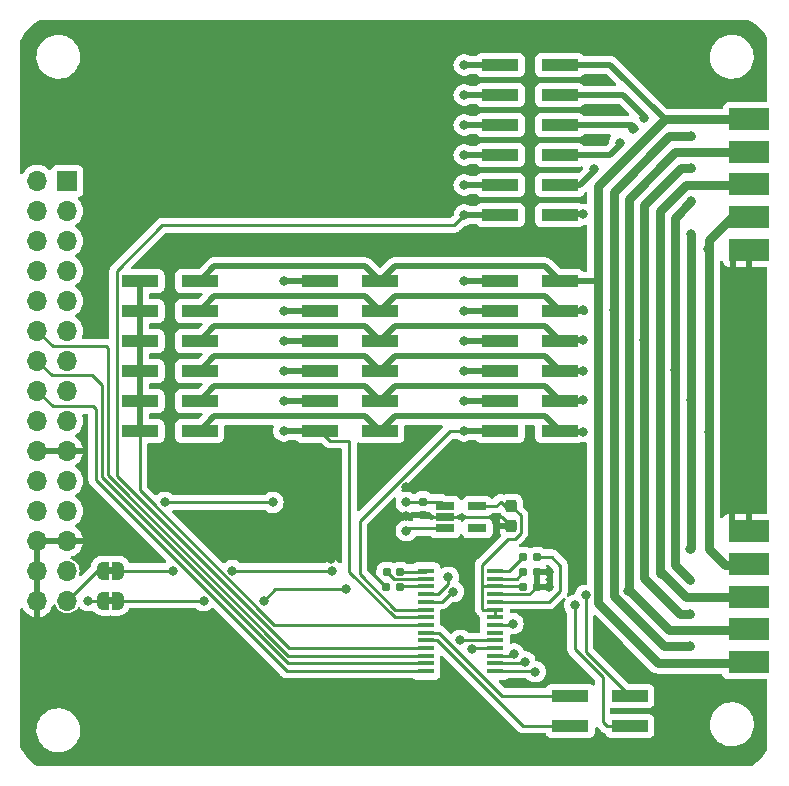
<source format=gbr>
G04 #@! TF.GenerationSoftware,KiCad,Pcbnew,7.0.7*
G04 #@! TF.CreationDate,2023-10-29T19:55:48+11:00*
G04 #@! TF.ProjectId,AnalogDiscovery_rs232_5_wire_sniffer,416e616c-6f67-4446-9973-636f76657279,rev?*
G04 #@! TF.SameCoordinates,PX69618a0PY7bfa480*
G04 #@! TF.FileFunction,Copper,L1,Top*
G04 #@! TF.FilePolarity,Positive*
%FSLAX46Y46*%
G04 Gerber Fmt 4.6, Leading zero omitted, Abs format (unit mm)*
G04 Created by KiCad (PCBNEW 7.0.7) date 2023-10-29 19:55:48*
%MOMM*%
%LPD*%
G01*
G04 APERTURE LIST*
G04 Aperture macros list*
%AMRoundRect*
0 Rectangle with rounded corners*
0 $1 Rounding radius*
0 $2 $3 $4 $5 $6 $7 $8 $9 X,Y pos of 4 corners*
0 Add a 4 corners polygon primitive as box body*
4,1,4,$2,$3,$4,$5,$6,$7,$8,$9,$2,$3,0*
0 Add four circle primitives for the rounded corners*
1,1,$1+$1,$2,$3*
1,1,$1+$1,$4,$5*
1,1,$1+$1,$6,$7*
1,1,$1+$1,$8,$9*
0 Add four rect primitives between the rounded corners*
20,1,$1+$1,$2,$3,$4,$5,0*
20,1,$1+$1,$4,$5,$6,$7,0*
20,1,$1+$1,$6,$7,$8,$9,0*
20,1,$1+$1,$8,$9,$2,$3,0*%
%AMFreePoly0*
4,1,19,0.500000,-0.750000,0.000000,-0.750000,0.000000,-0.744911,-0.071157,-0.744911,-0.207708,-0.704816,-0.327430,-0.627875,-0.420627,-0.520320,-0.479746,-0.390866,-0.500000,-0.250000,-0.500000,0.250000,-0.479746,0.390866,-0.420627,0.520320,-0.327430,0.627875,-0.207708,0.704816,-0.071157,0.744911,0.000000,0.744911,0.000000,0.750000,0.500000,0.750000,0.500000,-0.750000,0.500000,-0.750000,
$1*%
%AMFreePoly1*
4,1,19,0.000000,0.744911,0.071157,0.744911,0.207708,0.704816,0.327430,0.627875,0.420627,0.520320,0.479746,0.390866,0.500000,0.250000,0.500000,-0.250000,0.479746,-0.390866,0.420627,-0.520320,0.327430,-0.627875,0.207708,-0.704816,0.071157,-0.744911,0.000000,-0.744911,0.000000,-0.750000,-0.500000,-0.750000,-0.500000,0.750000,0.000000,0.750000,0.000000,0.744911,0.000000,0.744911,
$1*%
G04 Aperture macros list end*
G04 #@! TA.AperFunction,SMDPad,CuDef*
%ADD10RoundRect,0.237500X-0.237500X0.300000X-0.237500X-0.300000X0.237500X-0.300000X0.237500X0.300000X0*%
G04 #@! TD*
G04 #@! TA.AperFunction,ComponentPad*
%ADD11R,1.700000X1.700000*%
G04 #@! TD*
G04 #@! TA.AperFunction,ComponentPad*
%ADD12O,1.700000X1.700000*%
G04 #@! TD*
G04 #@! TA.AperFunction,SMDPad,CuDef*
%ADD13RoundRect,0.155000X0.155000X-0.212500X0.155000X0.212500X-0.155000X0.212500X-0.155000X-0.212500X0*%
G04 #@! TD*
G04 #@! TA.AperFunction,SMDPad,CuDef*
%ADD14R,3.150000X1.000000*%
G04 #@! TD*
G04 #@! TA.AperFunction,SMDPad,CuDef*
%ADD15FreePoly0,0.000000*%
G04 #@! TD*
G04 #@! TA.AperFunction,SMDPad,CuDef*
%ADD16FreePoly1,0.000000*%
G04 #@! TD*
G04 #@! TA.AperFunction,SMDPad,CuDef*
%ADD17RoundRect,0.155000X-0.212500X-0.155000X0.212500X-0.155000X0.212500X0.155000X-0.212500X0.155000X0*%
G04 #@! TD*
G04 #@! TA.AperFunction,SMDPad,CuDef*
%ADD18RoundRect,0.155000X0.212500X0.155000X-0.212500X0.155000X-0.212500X-0.155000X0.212500X-0.155000X0*%
G04 #@! TD*
G04 #@! TA.AperFunction,SMDPad,CuDef*
%ADD19R,1.475000X0.450000*%
G04 #@! TD*
G04 #@! TA.AperFunction,SMDPad,CuDef*
%ADD20R,3.480000X1.846667*%
G04 #@! TD*
G04 #@! TA.AperFunction,SMDPad,CuDef*
%ADD21R,1.560000X0.650000*%
G04 #@! TD*
G04 #@! TA.AperFunction,ViaPad*
%ADD22C,0.800000*%
G04 #@! TD*
G04 #@! TA.AperFunction,Conductor*
%ADD23C,0.250000*%
G04 #@! TD*
G04 #@! TA.AperFunction,Conductor*
%ADD24C,0.500000*%
G04 #@! TD*
G04 #@! TA.AperFunction,Conductor*
%ADD25C,0.800000*%
G04 #@! TD*
G04 APERTURE END LIST*
G04 #@! TA.AperFunction,EtchedComponent*
G36*
X8205200Y14180800D02*
G01*
X7705200Y14180800D01*
X7705200Y14780800D01*
X8205200Y14780800D01*
X8205200Y14180800D01*
G37*
G04 #@! TD.AperFunction*
G04 #@! TA.AperFunction,EtchedComponent*
G36*
X8205200Y16720800D02*
G01*
X7705200Y16720800D01*
X7705200Y17320800D01*
X8205200Y17320800D01*
X8205200Y16720800D01*
G37*
G04 #@! TD.AperFunction*
D10*
X41900000Y20780000D03*
X41900000Y22505000D03*
D11*
X4300000Y50020000D03*
D12*
X1760000Y50020000D03*
X4300000Y47480000D03*
X1760000Y47480000D03*
X4300000Y44940000D03*
X1760000Y44940000D03*
X4300000Y42400000D03*
X1760000Y42400000D03*
X4300000Y39860000D03*
X1760000Y39860000D03*
X4300000Y37320000D03*
X1760000Y37320000D03*
X4300000Y34780000D03*
X1760000Y34780000D03*
X4300000Y32240000D03*
X1760000Y32240000D03*
X4300000Y29700000D03*
X1760000Y29700000D03*
X4300000Y27160000D03*
X1760000Y27160000D03*
X4300000Y24620000D03*
X1760000Y24620000D03*
X4300000Y22080000D03*
X1760000Y22080000D03*
X4300000Y19540000D03*
X1760000Y19540000D03*
X4300000Y17000000D03*
X1760000Y17000000D03*
X4300000Y14460000D03*
X1760000Y14460000D03*
D13*
X34407000Y21736500D03*
X34407000Y22871500D03*
D14*
X40966000Y59830000D03*
X46016000Y59830000D03*
X40966000Y57290000D03*
X46016000Y57290000D03*
X40966000Y54750000D03*
X46016000Y54750000D03*
X40966000Y52210000D03*
X46016000Y52210000D03*
X40966000Y49670000D03*
X46016000Y49670000D03*
X40966000Y47130000D03*
X46016000Y47130000D03*
D15*
X7305200Y14480800D03*
D16*
X8605200Y14480800D03*
D17*
X31359000Y16910500D03*
X32494000Y16910500D03*
D14*
X25719000Y41542000D03*
X30769000Y41542000D03*
X25719000Y39002000D03*
X30769000Y39002000D03*
X25719000Y36462000D03*
X30769000Y36462000D03*
X25719000Y33922000D03*
X30769000Y33922000D03*
X25719000Y31382000D03*
X30769000Y31382000D03*
X25719000Y28842000D03*
X30769000Y28842000D03*
D18*
X44059000Y18180500D03*
X42924000Y18180500D03*
X44059000Y16910500D03*
X42924000Y16910500D03*
D14*
X10456000Y41542000D03*
X15506000Y41542000D03*
X10456000Y39002000D03*
X15506000Y39002000D03*
X10456000Y36462000D03*
X15506000Y36462000D03*
X10456000Y33922000D03*
X15506000Y33922000D03*
X10456000Y31382000D03*
X15506000Y31382000D03*
X10456000Y28842000D03*
X15506000Y28842000D03*
D19*
X34635000Y16981500D03*
X34635000Y16331500D03*
X34635000Y15681500D03*
X34635000Y15031500D03*
X34635000Y14381500D03*
X34635000Y13731500D03*
X34635000Y13081500D03*
X34635000Y12431500D03*
X34635000Y11781500D03*
X34635000Y11131500D03*
X34635000Y10481500D03*
X34635000Y9831500D03*
X34635000Y9181500D03*
X34635000Y8531500D03*
X40511000Y8531500D03*
X40511000Y9181500D03*
X40511000Y9831500D03*
X40511000Y10481500D03*
X40511000Y11131500D03*
X40511000Y11781500D03*
X40511000Y12431500D03*
X40511000Y13081500D03*
X40511000Y13731500D03*
X40511000Y14381500D03*
X40511000Y15031500D03*
X40511000Y15681500D03*
X40511000Y16331500D03*
X40511000Y16981500D03*
D20*
X62066000Y55276000D03*
X62066000Y52506000D03*
X62066000Y49736000D03*
X62066000Y46966000D03*
X62066000Y44196000D03*
D18*
X44059000Y15640500D03*
X42924000Y15640500D03*
D14*
X46883000Y6429000D03*
X51933000Y6429000D03*
X46883000Y3889000D03*
X51933000Y3889000D03*
D15*
X7305200Y17020800D03*
D16*
X8605200Y17020800D03*
D14*
X40936000Y41542000D03*
X45986000Y41542000D03*
X40936000Y39002000D03*
X45986000Y39002000D03*
X40936000Y36462000D03*
X45986000Y36462000D03*
X40936000Y33922000D03*
X45986000Y33922000D03*
X40936000Y31382000D03*
X45986000Y31382000D03*
X40936000Y28842000D03*
X45986000Y28842000D03*
D21*
X36320000Y22496500D03*
X36320000Y21546500D03*
X36320000Y20596500D03*
X39020000Y20596500D03*
X39020000Y22496500D03*
D20*
X61988500Y9271000D03*
X61988500Y12041000D03*
X61988500Y14811000D03*
X61988500Y17581000D03*
X61988500Y20351000D03*
D17*
X31299500Y15640500D03*
X32434500Y15640500D03*
D22*
X6086000Y14480800D03*
X33010000Y20399000D03*
X42027000Y12529500D03*
X43932000Y8461000D03*
X43043000Y9306000D03*
X42127500Y9956000D03*
X38598000Y10357000D03*
X37582000Y11128000D03*
X57054500Y13372500D03*
X57140000Y51133000D03*
X53154000Y36528000D03*
X52222017Y54409679D03*
X47955000Y36528000D03*
X54600000Y16716000D03*
X27930000Y15446000D03*
X37002181Y15240871D03*
X15839600Y14480800D03*
X20919600Y14480800D03*
X47284800Y14091000D03*
X55743000Y33988000D03*
X57140000Y48297500D03*
X51074169Y53261831D03*
X57054500Y16208000D03*
X47935000Y33922000D03*
X26710800Y17020800D03*
X36566000Y16462000D03*
X48199200Y14938000D03*
X18280391Y17023191D03*
X51806000Y15319000D03*
X13248800Y17020800D03*
X58664000Y28781000D03*
X47955000Y47196000D03*
X47955000Y28781000D03*
X58537000Y44228000D03*
X53140904Y55328566D03*
X47955000Y39068000D03*
X57054500Y10620000D03*
X57140000Y53800000D03*
X50554000Y39068000D03*
X47955000Y31448000D03*
X57054500Y18875000D03*
X57140000Y45545000D03*
X48873293Y51060955D03*
X57140000Y31448000D03*
X12563000Y22812000D03*
X21707000Y22812000D03*
X33010000Y22812000D03*
X20767200Y27485600D03*
X49520000Y62639200D03*
X30343000Y24082000D03*
X62728000Y31956000D03*
X1615600Y54257200D03*
X45075000Y16910500D03*
X32883000Y26749000D03*
X46726000Y24971000D03*
X46726000Y20272000D03*
X23916800Y26469600D03*
X11775600Y18138400D03*
X30724000Y44452800D03*
X19294000Y62740800D03*
X45760800Y12093200D03*
X13045600Y58626000D03*
X45964000Y44452800D03*
X5476400Y54308000D03*
X12944000Y40287200D03*
X52822000Y60200800D03*
X12994800Y32718000D03*
X51145600Y9654800D03*
X39487000Y24971000D03*
X18633600Y7927600D03*
X26609200Y18036800D03*
X13045600Y48466000D03*
X55260400Y2288800D03*
X62728000Y41989000D03*
X60569000Y41989000D03*
X45760800Y9502400D03*
X30089000Y18113000D03*
X16754000Y12956800D03*
X60569000Y22431000D03*
X20564000Y44300400D03*
X45075000Y15640500D03*
X34381600Y62740800D03*
X55260400Y57813200D03*
X60569000Y31956000D03*
X33010000Y21669000D03*
X23815200Y6200400D03*
X12994800Y37747200D03*
X62728000Y22431000D03*
X34635600Y18595600D03*
X35931000Y26368000D03*
X33010000Y24082000D03*
X55260400Y60150000D03*
X40934800Y2898400D03*
X30774800Y6149600D03*
X37683600Y6149600D03*
X37888000Y28842000D03*
X37888000Y33922000D03*
X37888000Y39002000D03*
X37888000Y31382000D03*
X37888000Y41542000D03*
X37888000Y36462000D03*
X22648000Y41542000D03*
X22648000Y36462000D03*
X22648000Y31382000D03*
X22648000Y39002000D03*
X22648000Y28842000D03*
X22648000Y33922000D03*
X37918000Y54750000D03*
X37918000Y47130000D03*
X37918000Y52210000D03*
X37918000Y57290000D03*
X37918000Y49670000D03*
X37918000Y59830000D03*
D23*
X42181995Y19729000D02*
X42700000Y20247005D01*
X41646000Y19729000D02*
X42181995Y19729000D01*
X42700000Y20247005D02*
X42700000Y21705000D01*
X42700000Y21705000D02*
X41900000Y22505000D01*
X41133500Y21546500D02*
X41900000Y20780000D01*
X36320000Y21546500D02*
X41133500Y21546500D01*
X6860800Y17020800D02*
X4300000Y14460000D01*
X7305200Y17020800D02*
X6860800Y17020800D01*
X7284400Y17000000D02*
X7305200Y17020800D01*
X7305200Y14480800D02*
X6086000Y14480800D01*
X7284400Y14460000D02*
X7305200Y14480800D01*
X36320000Y20596500D02*
X33207500Y20596500D01*
X33207500Y20596500D02*
X33010000Y20399000D01*
X41993500Y12431500D02*
X42027000Y12398000D01*
X40511000Y12431500D02*
X41993500Y12431500D01*
X42027000Y12398000D02*
X42027000Y12529500D01*
X43861500Y8531500D02*
X43932000Y8461000D01*
X40511000Y8531500D02*
X43861500Y8531500D01*
X40511000Y9181500D02*
X43001500Y9181500D01*
X43043000Y9223000D02*
X43043000Y9306000D01*
X43001500Y9181500D02*
X43043000Y9223000D01*
X40511000Y9831500D02*
X42127500Y9831500D01*
X42127500Y9884500D02*
X42127500Y9956000D01*
X42154000Y9858000D02*
X42127500Y9884500D01*
X42127500Y9831500D02*
X42154000Y9858000D01*
X7737000Y25127772D02*
X7737000Y35893000D01*
X34635000Y9831500D02*
X23033272Y9831500D01*
X23033272Y9831500D02*
X7737000Y25127772D01*
X3075000Y36005000D02*
X1760000Y37320000D01*
X7625000Y36005000D02*
X3075000Y36005000D01*
X7737000Y35893000D02*
X7625000Y36005000D01*
X40511000Y10481500D02*
X38609500Y10481500D01*
X38598000Y10493000D02*
X38598000Y10357000D01*
X38609500Y10481500D02*
X38598000Y10493000D01*
X7229000Y24928666D02*
X22976166Y9181500D01*
X1760000Y34780000D02*
X2985000Y33555000D01*
X2985000Y33555000D02*
X6392000Y33555000D01*
X22976166Y9181500D02*
X34635000Y9181500D01*
X7229000Y32718000D02*
X7229000Y24928666D01*
X6392000Y33555000D02*
X7229000Y32718000D01*
X40511000Y11131500D02*
X37585500Y11131500D01*
X37585500Y11131500D02*
X37582000Y11128000D01*
X3075000Y30925000D02*
X1760000Y32240000D01*
X6482000Y30925000D02*
X3075000Y30925000D01*
X6721000Y30686000D02*
X6482000Y30925000D01*
X34635000Y8531500D02*
X22919060Y8531500D01*
X6721000Y24729560D02*
X6721000Y30686000D01*
X22919060Y8531500D02*
X6721000Y24729560D01*
D24*
X44736000Y37712000D02*
X45986000Y36462000D01*
X46016000Y54750000D02*
X52093124Y54750000D01*
X15506000Y36462000D02*
X16756000Y37712000D01*
D25*
X56298544Y51133000D02*
X53154500Y47988956D01*
D24*
X16756000Y37712000D02*
X29519000Y37712000D01*
D25*
X53154500Y47988956D02*
X53154500Y16431044D01*
X56213044Y13372500D02*
X57054500Y13372500D01*
D24*
X46052000Y36528000D02*
X47955000Y36528000D01*
X52433443Y54409679D02*
X52222017Y54409679D01*
X32019000Y37712000D02*
X44736000Y37712000D01*
X45986000Y36462000D02*
X46052000Y36528000D01*
X30769000Y36462000D02*
X32019000Y37712000D01*
D25*
X57140000Y51133000D02*
X56298544Y51133000D01*
X53154500Y16431044D02*
X56213044Y13372500D01*
D24*
X29519000Y37712000D02*
X30769000Y36462000D01*
X52093124Y54750000D02*
X52433443Y54409679D01*
D25*
X56686522Y49682500D02*
X54454500Y47450478D01*
D23*
X49621600Y8029200D02*
X49621600Y4219200D01*
X50002600Y3889000D02*
X51933000Y3889000D01*
D25*
X54454500Y16969522D02*
X56666522Y14757500D01*
D23*
X36947000Y15319000D02*
X37002181Y15263819D01*
X47284800Y14091000D02*
X47284800Y10366000D01*
X36009500Y14381500D02*
X36947000Y15319000D01*
D25*
X56666522Y14757500D02*
X62142500Y14757500D01*
D23*
X49621600Y4219200D02*
X49977200Y3863600D01*
X49977200Y3863600D02*
X50002600Y3889000D01*
D25*
X62220000Y49682500D02*
X56686522Y49682500D01*
D23*
X27930000Y15446000D02*
X21884800Y15446000D01*
X21884800Y15446000D02*
X20919600Y14480800D01*
X8605200Y14480800D02*
X15839600Y14480800D01*
X34635000Y14381500D02*
X36009500Y14381500D01*
X37002181Y15263819D02*
X37002181Y15240871D01*
D25*
X54454500Y47450478D02*
X54454500Y16969522D01*
D23*
X47284800Y10366000D02*
X49621600Y8029200D01*
D24*
X46016000Y52210000D02*
X50233764Y52210000D01*
X29519000Y35172000D02*
X30769000Y33922000D01*
X45986000Y33922000D02*
X47935000Y33922000D01*
D25*
X57140000Y48297500D02*
X55754500Y46912000D01*
D24*
X51179882Y53156118D02*
X51074169Y53261831D01*
X15506000Y33922000D02*
X16756000Y35172000D01*
D25*
X55754500Y46912000D02*
X55754500Y17508000D01*
D24*
X30769000Y33922000D02*
X32019000Y35172000D01*
X44736000Y35172000D02*
X45986000Y33922000D01*
X47996000Y33861000D02*
X47935000Y33922000D01*
X50233764Y52210000D02*
X51179882Y53156118D01*
X16756000Y35172000D02*
X29519000Y35172000D01*
D25*
X55754500Y17508000D02*
X57054500Y16208000D01*
D24*
X32019000Y35172000D02*
X44736000Y35172000D01*
D23*
X35697500Y15031500D02*
X36566000Y15900000D01*
X48199200Y14938000D02*
X48199200Y10162800D01*
X34635000Y15031500D02*
X35697500Y15031500D01*
X36566000Y15900000D02*
X36566000Y16335000D01*
D25*
X51854500Y48527434D02*
X51854500Y15397500D01*
D23*
X8605200Y17020800D02*
X13248800Y17020800D01*
X26710800Y17020800D02*
X26708409Y17023191D01*
X26708409Y17023191D02*
X18280391Y17023191D01*
D25*
X62200500Y52433000D02*
X55760066Y52433000D01*
X51854500Y15397500D02*
X55264500Y11987500D01*
X55264500Y11987500D02*
X62142500Y11987500D01*
X62220000Y52452500D02*
X62200500Y52433000D01*
X55760066Y52433000D02*
X51854500Y48527434D01*
D23*
X48199200Y10162800D02*
X51933000Y6429000D01*
X36566000Y16335000D02*
X36566000Y16462000D01*
D24*
X44736000Y42792000D02*
X45986000Y41542000D01*
X15506000Y41542000D02*
X16756000Y42792000D01*
X50265110Y59830000D02*
X54872610Y55222500D01*
D25*
X54357544Y9217500D02*
X62142500Y9217500D01*
D24*
X49193500Y41542000D02*
X49254500Y41481000D01*
X46016000Y59830000D02*
X50265110Y59830000D01*
D25*
X62220000Y55222500D02*
X54872610Y55222500D01*
D24*
X16756000Y42792000D02*
X29519000Y42792000D01*
X30769000Y41542000D02*
X32019000Y42792000D01*
D25*
X49254500Y41481000D02*
X49254500Y14320544D01*
D24*
X45986000Y41542000D02*
X49193500Y41542000D01*
D25*
X49254500Y14320544D02*
X54357544Y9217500D01*
X54872610Y55222500D02*
X49254500Y49604390D01*
X49254500Y49604390D02*
X49254500Y41481000D01*
D24*
X32019000Y42792000D02*
X44736000Y42792000D01*
X29519000Y42792000D02*
X30769000Y41542000D01*
X30769000Y28842000D02*
X29519000Y30092000D01*
D25*
X62220000Y46912500D02*
X60526667Y46912500D01*
X60526667Y46912500D02*
X58664000Y45049833D01*
D24*
X45986000Y28842000D02*
X44716000Y30112000D01*
D25*
X60011500Y17527500D02*
X62142500Y17527500D01*
D24*
X16756000Y30092000D02*
X15506000Y28842000D01*
X44716000Y30112000D02*
X32039000Y30112000D01*
X46047000Y28781000D02*
X47955000Y28781000D01*
X46016000Y47130000D02*
X46082000Y47196000D01*
X29519000Y30092000D02*
X16756000Y30092000D01*
X32039000Y30112000D02*
X30769000Y28842000D01*
D25*
X58664000Y45049833D02*
X58664000Y18875000D01*
D24*
X46082000Y47196000D02*
X47955000Y47196000D01*
D25*
X58664000Y18875000D02*
X60011500Y17527500D01*
D24*
X45986000Y28842000D02*
X46047000Y28781000D01*
X53325434Y55328566D02*
X53140904Y55328566D01*
X32019000Y40252000D02*
X44736000Y40252000D01*
X29519000Y40252000D02*
X30769000Y39002000D01*
X44736000Y40252000D02*
X45986000Y39002000D01*
D25*
X57140000Y53800000D02*
X55288588Y53800000D01*
D24*
X48104500Y38959500D02*
X48104500Y39068000D01*
X45986000Y39002000D02*
X48062000Y39002000D01*
X15506000Y39002000D02*
X16756000Y40252000D01*
X48062000Y39002000D02*
X48104500Y38959500D01*
X30769000Y39002000D02*
X32019000Y40252000D01*
D25*
X55288588Y53800000D02*
X50554500Y49065912D01*
X50554500Y14859022D02*
X54793522Y10620000D01*
D24*
X16756000Y40252000D02*
X29519000Y40252000D01*
X51364000Y57290000D02*
X53325434Y55328566D01*
X46016000Y57290000D02*
X51364000Y57290000D01*
X48104500Y39068000D02*
X47955000Y39068000D01*
D25*
X54793522Y10620000D02*
X57054500Y10620000D01*
X50554500Y49065912D02*
X50554500Y14859022D01*
D24*
X15506000Y31382000D02*
X16756000Y32632000D01*
X16756000Y32632000D02*
X29519000Y32632000D01*
X47693764Y49670000D02*
X49084719Y51060955D01*
X45986000Y31382000D02*
X47911500Y31382000D01*
X46016000Y49670000D02*
X47693764Y49670000D01*
X32019000Y32632000D02*
X44736000Y32632000D01*
X47911500Y31382000D02*
X47977500Y31448000D01*
D25*
X57140000Y45545000D02*
X57140000Y18960500D01*
D24*
X44736000Y32632000D02*
X45986000Y31382000D01*
X49084719Y51060955D02*
X48873293Y51060955D01*
X30769000Y31382000D02*
X32019000Y32632000D01*
D25*
X57140000Y18960500D02*
X57054500Y18875000D01*
D24*
X47977500Y31448000D02*
X47955000Y31448000D01*
X29519000Y32632000D02*
X30769000Y31382000D01*
D23*
X34407000Y22871500D02*
X33069500Y22871500D01*
X35945000Y22871500D02*
X36320000Y22496500D01*
X33069500Y22871500D02*
X33010000Y22812000D01*
X34407000Y22871500D02*
X35945000Y22871500D01*
X34407000Y22871500D02*
X34554305Y22871500D01*
X21707000Y22812000D02*
X12563000Y22812000D01*
X40511000Y15031500D02*
X40537000Y15005500D01*
D24*
X60645200Y42319200D02*
X60645200Y43462200D01*
D23*
X44059000Y15640500D02*
X45075000Y15640500D01*
D24*
X60569000Y21097500D02*
X60569000Y22240500D01*
D23*
X40537000Y15005500D02*
X43424000Y15005500D01*
X34597000Y21546500D02*
X34407000Y21736500D01*
X36320000Y21546500D02*
X34597000Y21546500D01*
X31299500Y15640500D02*
X30089000Y16851000D01*
X44059000Y16910500D02*
X45075000Y16910500D01*
X44059000Y16910500D02*
X44059000Y15640500D01*
X30089000Y16851000D02*
X30089000Y18113000D01*
X43424000Y15005500D02*
X44059000Y15640500D01*
X39448500Y15606500D02*
X39448500Y17531500D01*
X39448500Y17531500D02*
X41646000Y19729000D01*
X40511000Y13731500D02*
X39523500Y13731500D01*
X39448500Y13806500D02*
X39448500Y15606500D01*
X39523500Y13731500D02*
X39448500Y13806500D01*
X40511000Y13081500D02*
X40511000Y13731500D01*
X40511000Y15681500D02*
X42883000Y15681500D01*
X42883000Y15681500D02*
X42924000Y15640500D01*
X41646000Y22236500D02*
X41011000Y22871500D01*
X39020000Y22496500D02*
X40636000Y22496500D01*
X39448500Y15606500D02*
X39523500Y15681500D01*
X39523500Y15681500D02*
X40511000Y15681500D01*
X40636000Y22496500D02*
X41011000Y22871500D01*
X42345000Y16331500D02*
X42924000Y16910500D01*
X40511000Y16331500D02*
X42345000Y16331500D01*
X46054000Y15340195D02*
X46054000Y17455500D01*
X40511000Y14381500D02*
X45095305Y14381500D01*
X46054000Y17455500D02*
X45329000Y18180500D01*
X45329000Y18180500D02*
X44059000Y18180500D01*
X45095305Y14381500D02*
X46054000Y15340195D01*
X41725000Y16981500D02*
X42924000Y18180500D01*
X40511000Y16981500D02*
X41725000Y16981500D01*
X32475500Y15681500D02*
X32434500Y15640500D01*
X34635000Y15681500D02*
X32475500Y15681500D01*
X34579000Y16275500D02*
X31994000Y16275500D01*
X34635000Y16331500D02*
X34579000Y16275500D01*
X31994000Y16275500D02*
X31359000Y16910500D01*
X34564000Y16910500D02*
X34635000Y16981500D01*
X32494000Y16910500D02*
X34564000Y16910500D01*
D24*
X40959000Y36462000D02*
X37888000Y36462000D01*
D23*
X29089983Y21257999D02*
X36673984Y28842000D01*
X36673984Y28842000D02*
X37888000Y28842000D01*
D24*
X40959000Y39002000D02*
X37888000Y39002000D01*
D23*
X29089983Y16732984D02*
X29089983Y21257999D01*
X32091467Y13731500D02*
X29089983Y16732984D01*
D24*
X40959000Y31382000D02*
X37888000Y31382000D01*
X40959000Y28842000D02*
X37888000Y28842000D01*
X40959000Y41542000D02*
X37888000Y41542000D01*
X40959000Y33922000D02*
X37888000Y33922000D01*
D23*
X34635000Y13731500D02*
X32091467Y13731500D01*
X26542000Y28019000D02*
X25719000Y28842000D01*
X28184000Y16931861D02*
X28184000Y28019000D01*
D24*
X25719000Y28842000D02*
X22648000Y28842000D01*
D23*
X32034361Y13081500D02*
X28184000Y16931861D01*
X34635000Y13081500D02*
X32034361Y13081500D01*
D24*
X25719000Y36462000D02*
X22648000Y36462000D01*
X25719000Y31382000D02*
X22648000Y31382000D01*
X25719000Y39002000D02*
X22648000Y39002000D01*
X25719000Y41542000D02*
X22648000Y41542000D01*
D23*
X28184000Y28019000D02*
X26542000Y28019000D01*
D24*
X25719000Y33922000D02*
X22648000Y33922000D01*
D23*
X34635000Y12431500D02*
X21847484Y12431500D01*
X10456000Y23822984D02*
X10456000Y28842000D01*
X21847484Y12431500D02*
X10456000Y23822984D01*
D24*
X10456000Y41542000D02*
X10456000Y28842000D01*
D23*
X34635000Y11781500D02*
X35760100Y11781500D01*
X35760100Y11781500D02*
X41112600Y6429000D01*
X41112600Y6429000D02*
X46883000Y6429000D01*
X42882894Y3889000D02*
X46883000Y3889000D01*
X35640394Y11131500D02*
X42882894Y3889000D01*
X34635000Y11131500D02*
X35640394Y11131500D01*
D24*
X40989000Y52210000D02*
X37918000Y52210000D01*
D23*
X8506000Y42417000D02*
X12344000Y46255000D01*
X8506000Y25065878D02*
X8506000Y42417000D01*
D24*
X40989000Y47130000D02*
X37918000Y47130000D01*
D23*
X23090378Y10481500D02*
X8506000Y25065878D01*
X37043000Y46255000D02*
X37918000Y47130000D01*
D24*
X40989000Y49670000D02*
X37918000Y49670000D01*
D23*
X12344000Y46255000D02*
X37043000Y46255000D01*
D24*
X40989000Y59830000D02*
X37918000Y59830000D01*
X40989000Y54750000D02*
X37918000Y54750000D01*
X40989000Y57290000D02*
X37918000Y57290000D01*
D23*
X34635000Y10481500D02*
X23090378Y10481500D01*
G04 #@! TA.AperFunction,Conductor*
G36*
X3238616Y14180722D02*
G01*
X3293981Y14136278D01*
X3311192Y14100800D01*
X3314165Y14091001D01*
X3324768Y14056045D01*
X3422313Y13873553D01*
X3422315Y13873550D01*
X3553590Y13713590D01*
X3713550Y13582315D01*
X3896046Y13484768D01*
X4094066Y13424700D01*
X4094070Y13424700D01*
X4094072Y13424699D01*
X4299997Y13404417D01*
X4300000Y13404417D01*
X4300003Y13404417D01*
X4505927Y13424699D01*
X4505928Y13424700D01*
X4505934Y13424700D01*
X4703954Y13484768D01*
X4886450Y13582315D01*
X5046410Y13713590D01*
X5177685Y13873550D01*
X5179688Y13877299D01*
X5229434Y13927948D01*
X5298669Y13943664D01*
X5365410Y13919453D01*
X5384449Y13902219D01*
X5474744Y13801936D01*
X5523312Y13766649D01*
X5629248Y13689682D01*
X5803712Y13612006D01*
X5990513Y13572300D01*
X6181487Y13572300D01*
X6368288Y13612006D01*
X6378036Y13616347D01*
X6448400Y13625784D01*
X6512698Y13595681D01*
X6524513Y13583753D01*
X6584693Y13514301D01*
X6585405Y13513418D01*
X6586152Y13512617D01*
X6696660Y13416862D01*
X6765689Y13372500D01*
X6817610Y13339132D01*
X6817614Y13339130D01*
X6950623Y13278387D01*
X7088578Y13237880D01*
X7233311Y13217071D01*
X7233314Y13217071D01*
X7805194Y13217071D01*
X7805200Y13217071D01*
X7878311Y13222300D01*
X7914634Y13232967D01*
X7968067Y13236788D01*
X8105193Y13217072D01*
X8105198Y13217071D01*
X8105200Y13217071D01*
X8677086Y13217071D01*
X8677089Y13217071D01*
X8821822Y13237880D01*
X8959777Y13278387D01*
X9092786Y13339130D01*
X9144713Y13372501D01*
X9213732Y13416856D01*
X9213739Y13416861D01*
X9221305Y13423417D01*
X9324251Y13512621D01*
X9418405Y13621282D01*
X9497456Y13744288D01*
X9510862Y13773644D01*
X9557354Y13827298D01*
X9625474Y13847300D01*
X15131400Y13847300D01*
X15199521Y13827298D01*
X15225037Y13805610D01*
X15228347Y13801934D01*
X15382848Y13689682D01*
X15557312Y13612006D01*
X15744113Y13572300D01*
X15935087Y13572300D01*
X16121888Y13612006D01*
X16296352Y13689682D01*
X16450853Y13801934D01*
X16505034Y13862109D01*
X16565478Y13899347D01*
X16636461Y13897996D01*
X16687764Y13866892D01*
X22411813Y8142843D01*
X22421780Y8130403D01*
X22422007Y8130590D01*
X22427059Y8124483D01*
X22478155Y8076501D01*
X22499285Y8055370D01*
X22504828Y8051070D01*
X22509341Y8047215D01*
X22543739Y8014914D01*
X22543740Y8014914D01*
X22543742Y8014912D01*
X22561489Y8005156D01*
X22578019Y7994298D01*
X22594019Y7981887D01*
X22625196Y7968396D01*
X22637311Y7963153D01*
X22642645Y7960541D01*
X22684000Y7937805D01*
X22703622Y7932767D01*
X22722323Y7926365D01*
X22727674Y7924049D01*
X22740912Y7918320D01*
X22740913Y7918320D01*
X22740915Y7918319D01*
X22787537Y7910936D01*
X22793322Y7909737D01*
X22839030Y7898000D01*
X22859284Y7898000D01*
X22878994Y7896449D01*
X22881201Y7896100D01*
X22899003Y7893280D01*
X22932930Y7896488D01*
X22945977Y7897720D01*
X22951910Y7898000D01*
X33552734Y7898000D01*
X33620855Y7877998D01*
X33628235Y7872874D01*
X33650362Y7856310D01*
X33651296Y7855611D01*
X33788295Y7804512D01*
X33788303Y7804510D01*
X33848850Y7798001D01*
X33848855Y7798001D01*
X33848862Y7798000D01*
X33848868Y7798000D01*
X35421132Y7798000D01*
X35421138Y7798000D01*
X35421145Y7798001D01*
X35421149Y7798001D01*
X35481696Y7804510D01*
X35481699Y7804511D01*
X35481701Y7804511D01*
X35618704Y7855611D01*
X35648610Y7877998D01*
X35735761Y7943239D01*
X35823387Y8060293D01*
X35823387Y8060294D01*
X35823389Y8060296D01*
X35874489Y8197299D01*
X35881000Y8257862D01*
X35881000Y8805138D01*
X35876926Y8843032D01*
X35876926Y8869971D01*
X35880999Y8907855D01*
X35881000Y8907867D01*
X35881000Y9455134D01*
X35880999Y9455146D01*
X35876926Y9493031D01*
X35876926Y9519971D01*
X35880999Y9557855D01*
X35881000Y9557867D01*
X35881000Y9690800D01*
X35901002Y9758921D01*
X35954658Y9805414D01*
X36024932Y9815518D01*
X36089512Y9786024D01*
X36096095Y9779895D01*
X42375649Y3500340D01*
X42385614Y3487903D01*
X42385841Y3488090D01*
X42390893Y3481983D01*
X42441972Y3434017D01*
X42463117Y3412871D01*
X42463121Y3412868D01*
X42463124Y3412865D01*
X42468676Y3408558D01*
X42473163Y3404727D01*
X42491544Y3387466D01*
X42507571Y3372415D01*
X42507573Y3372414D01*
X42525322Y3362657D01*
X42541848Y3351801D01*
X42556594Y3340362D01*
X42557853Y3339386D01*
X42598778Y3321677D01*
X42601156Y3320648D01*
X42606477Y3318042D01*
X42647834Y3295305D01*
X42647842Y3295303D01*
X42667452Y3290268D01*
X42686161Y3283863D01*
X42704749Y3275819D01*
X42751371Y3268436D01*
X42757156Y3267237D01*
X42802864Y3255500D01*
X42823118Y3255500D01*
X42842828Y3253949D01*
X42844464Y3253690D01*
X42862837Y3250780D01*
X42896764Y3253988D01*
X42909811Y3255220D01*
X42915744Y3255500D01*
X44727591Y3255500D01*
X44795712Y3235498D01*
X44842205Y3181842D01*
X44845646Y3173534D01*
X44857111Y3142796D01*
X44857112Y3142793D01*
X44944738Y3025739D01*
X45061792Y2938113D01*
X45061794Y2938112D01*
X45061796Y2938111D01*
X45120875Y2916076D01*
X45198795Y2887012D01*
X45198803Y2887010D01*
X45259350Y2880501D01*
X45259355Y2880501D01*
X45259362Y2880500D01*
X45259368Y2880500D01*
X48506632Y2880500D01*
X48506638Y2880500D01*
X48506645Y2880501D01*
X48506649Y2880501D01*
X48567196Y2887010D01*
X48567199Y2887011D01*
X48567201Y2887011D01*
X48704204Y2938111D01*
X48821261Y3025739D01*
X48908889Y3142796D01*
X48955302Y3267234D01*
X48959988Y3279796D01*
X48959990Y3279804D01*
X48966499Y3340351D01*
X48966500Y3340368D01*
X48966500Y3671204D01*
X48986502Y3739325D01*
X49040158Y3785818D01*
X49110432Y3795922D01*
X49172816Y3768288D01*
X49192494Y3752009D01*
X49196867Y3748029D01*
X49369127Y3575769D01*
X49478478Y3466418D01*
X49493593Y3448149D01*
X49498228Y3441329D01*
X49541869Y3402854D01*
X49544717Y3400179D01*
X49557430Y3387466D01*
X49557433Y3387463D01*
X49571620Y3376459D01*
X49574670Y3373935D01*
X49618286Y3335483D01*
X49618287Y3335483D01*
X49618290Y3335480D01*
X49625631Y3331740D01*
X49645655Y3319032D01*
X49652159Y3313987D01*
X49705538Y3290888D01*
X49709079Y3289221D01*
X49760904Y3262815D01*
X49768943Y3261019D01*
X49791490Y3253693D01*
X49799055Y3250419D01*
X49799061Y3250418D01*
X49806672Y3248206D01*
X49806277Y3246848D01*
X49862740Y3220084D01*
X49896935Y3170077D01*
X49907109Y3142799D01*
X49994738Y3025739D01*
X50111792Y2938113D01*
X50111794Y2938112D01*
X50111796Y2938111D01*
X50170875Y2916076D01*
X50248795Y2887012D01*
X50248803Y2887010D01*
X50309350Y2880501D01*
X50309355Y2880501D01*
X50309362Y2880500D01*
X50309368Y2880500D01*
X53556632Y2880500D01*
X53556638Y2880500D01*
X53556645Y2880501D01*
X53556649Y2880501D01*
X53617196Y2887010D01*
X53617199Y2887011D01*
X53617201Y2887011D01*
X53754204Y2938111D01*
X53871261Y3025739D01*
X53958889Y3142796D01*
X54005302Y3267234D01*
X54009988Y3279796D01*
X54009990Y3279804D01*
X54016499Y3340351D01*
X54016500Y3340368D01*
X54016500Y3948235D01*
X58714788Y3948235D01*
X58744412Y3678986D01*
X58812928Y3416910D01*
X58918869Y3167611D01*
X58963922Y3093789D01*
X59059982Y2936390D01*
X59233255Y2728180D01*
X59233257Y2728178D01*
X59233259Y2728176D01*
X59338236Y2634117D01*
X59434998Y2547418D01*
X59660910Y2397956D01*
X59906176Y2282980D01*
X60165569Y2204940D01*
X60165572Y2204940D01*
X60165574Y2204939D01*
X60433557Y2165500D01*
X60433561Y2165500D01*
X60636633Y2165500D01*
X60671363Y2168043D01*
X60839156Y2180323D01*
X60839160Y2180324D01*
X60839161Y2180324D01*
X60949665Y2204940D01*
X61103553Y2239220D01*
X61356558Y2335986D01*
X61592777Y2468559D01*
X61807177Y2634112D01*
X61995186Y2829119D01*
X62152799Y3049421D01*
X62276656Y3290325D01*
X62364118Y3546695D01*
X62408286Y3785818D01*
X62413318Y3813059D01*
X62413319Y3813070D01*
X62413859Y3827838D01*
X62423212Y4083765D01*
X62406717Y4233676D01*
X62393587Y4353015D01*
X62344048Y4542502D01*
X62325072Y4615088D01*
X62261591Y4764470D01*
X62219130Y4864390D01*
X62202897Y4890989D01*
X62078018Y5095610D01*
X61904745Y5303820D01*
X61904741Y5303823D01*
X61904740Y5303825D01*
X61703012Y5484573D01*
X61703002Y5484582D01*
X61477090Y5634044D01*
X61231824Y5749020D01*
X61074392Y5796385D01*
X60972425Y5827062D01*
X60704442Y5866500D01*
X60704439Y5866500D01*
X60501369Y5866500D01*
X60501367Y5866500D01*
X60298839Y5851677D01*
X60298838Y5851677D01*
X60034456Y5792783D01*
X60034441Y5792778D01*
X59781441Y5696014D01*
X59545229Y5563445D01*
X59545225Y5563443D01*
X59330818Y5397884D01*
X59142815Y5202883D01*
X59142810Y5202877D01*
X58985203Y4982583D01*
X58985196Y4982573D01*
X58861343Y4741676D01*
X58861342Y4741673D01*
X58773883Y4485311D01*
X58773880Y4485298D01*
X58724681Y4218942D01*
X58724680Y4218931D01*
X58714788Y3948235D01*
X54016500Y3948235D01*
X54016500Y4437633D01*
X54016499Y4437650D01*
X54009990Y4498197D01*
X54009988Y4498205D01*
X53980924Y4576125D01*
X53958889Y4635204D01*
X53958888Y4635206D01*
X53958887Y4635208D01*
X53871261Y4752262D01*
X53754207Y4839888D01*
X53754202Y4839890D01*
X53617204Y4890989D01*
X53617196Y4890991D01*
X53556649Y4897500D01*
X53556638Y4897500D01*
X50381100Y4897500D01*
X50312979Y4917502D01*
X50266486Y4971158D01*
X50255100Y5023500D01*
X50255100Y5294500D01*
X50275102Y5362621D01*
X50328758Y5409114D01*
X50381100Y5420500D01*
X53556632Y5420500D01*
X53556638Y5420500D01*
X53556645Y5420501D01*
X53556649Y5420501D01*
X53617196Y5427010D01*
X53617199Y5427011D01*
X53617201Y5427011D01*
X53754204Y5478111D01*
X53762837Y5484573D01*
X53871261Y5565739D01*
X53958887Y5682793D01*
X53958887Y5682794D01*
X53958889Y5682796D01*
X54009989Y5819799D01*
X54016500Y5880362D01*
X54016500Y6977638D01*
X54016499Y6977650D01*
X54009990Y7038197D01*
X54009988Y7038205D01*
X53958889Y7175203D01*
X53958887Y7175208D01*
X53871261Y7292262D01*
X53754207Y7379888D01*
X53754202Y7379890D01*
X53617204Y7430989D01*
X53617196Y7430991D01*
X53556649Y7437500D01*
X53556638Y7437500D01*
X51872594Y7437500D01*
X51804473Y7457502D01*
X51783499Y7474405D01*
X48869605Y10388300D01*
X48835579Y10450612D01*
X48832700Y10477395D01*
X48832700Y13153342D01*
X48852702Y13221463D01*
X48906358Y13267956D01*
X48976632Y13278060D01*
X49041212Y13248566D01*
X49047780Y13242451D01*
X51381239Y10908992D01*
X53657564Y8632667D01*
X53670403Y8617636D01*
X53678678Y8606247D01*
X53730747Y8559364D01*
X53733102Y8557129D01*
X53748803Y8541428D01*
X53748806Y8541425D01*
X53766036Y8527472D01*
X53768542Y8525331D01*
X53820600Y8478460D01*
X53832786Y8471424D01*
X53849070Y8460233D01*
X53860014Y8451371D01*
X53891850Y8435150D01*
X53922424Y8419572D01*
X53925324Y8417998D01*
X53985988Y8382973D01*
X53999367Y8378626D01*
X54017635Y8371060D01*
X54030174Y8364671D01*
X54065987Y8355075D01*
X54097831Y8346542D01*
X54100981Y8345610D01*
X54167616Y8323958D01*
X54181619Y8322487D01*
X54201043Y8318887D01*
X54214641Y8315243D01*
X54284612Y8311576D01*
X54287845Y8311322D01*
X54302659Y8309765D01*
X54309922Y8309001D01*
X54309928Y8309001D01*
X54309934Y8309000D01*
X54332120Y8309000D01*
X54335390Y8308915D01*
X54396640Y8305705D01*
X54405352Y8305248D01*
X54405352Y8305249D01*
X54405354Y8305248D01*
X54419250Y8307450D01*
X54438961Y8309000D01*
X59632719Y8309000D01*
X59700840Y8288998D01*
X59747333Y8235342D01*
X59750774Y8227034D01*
X59797611Y8101462D01*
X59797612Y8101459D01*
X59885238Y7984405D01*
X60002292Y7896779D01*
X60002294Y7896778D01*
X60002296Y7896777D01*
X60052644Y7877998D01*
X60139295Y7845678D01*
X60139303Y7845676D01*
X60199850Y7839167D01*
X60199855Y7839167D01*
X60199862Y7839166D01*
X60199868Y7839166D01*
X63449000Y7839166D01*
X63517121Y7819164D01*
X63563614Y7765508D01*
X63575000Y7713166D01*
X63575000Y1923487D01*
X63562880Y1869569D01*
X63562368Y1868486D01*
X63560669Y1864897D01*
X63557764Y1859466D01*
X63385657Y1572319D01*
X63382220Y1567175D01*
X63182796Y1298281D01*
X63178871Y1293499D01*
X62954053Y1045449D01*
X62949679Y1041075D01*
X62701619Y816245D01*
X62696837Y812321D01*
X62427941Y612892D01*
X62422798Y609455D01*
X62270095Y517927D01*
X62205317Y500000D01*
X1781270Y500000D01*
X1716494Y517926D01*
X1716492Y517927D01*
X1572315Y604343D01*
X1567193Y607764D01*
X1298273Y807209D01*
X1293498Y811128D01*
X1212415Y884617D01*
X1045433Y1035960D01*
X1041077Y1040316D01*
X816241Y1288382D01*
X812324Y1293155D01*
X612890Y1562058D01*
X609453Y1567202D01*
X437340Y1854352D01*
X434424Y1859807D01*
X429808Y1869566D01*
X413303Y1904464D01*
X337098Y2065585D01*
X325000Y2119457D01*
X325000Y3440235D01*
X1691788Y3440235D01*
X1721412Y3170986D01*
X1789928Y2908910D01*
X1895869Y2659611D01*
X1895870Y2659610D01*
X2036982Y2428390D01*
X2210255Y2220180D01*
X2210257Y2220178D01*
X2210259Y2220176D01*
X2271574Y2165238D01*
X2411998Y2039418D01*
X2637910Y1889956D01*
X2883176Y1774980D01*
X3142569Y1696940D01*
X3142572Y1696940D01*
X3142574Y1696939D01*
X3410557Y1657500D01*
X3410561Y1657500D01*
X3613633Y1657500D01*
X3648363Y1660043D01*
X3816156Y1672323D01*
X3816160Y1672324D01*
X3816161Y1672324D01*
X3926665Y1696940D01*
X4080553Y1731220D01*
X4333558Y1827986D01*
X4569777Y1960559D01*
X4784177Y2126112D01*
X4972186Y2321119D01*
X5129799Y2541421D01*
X5132883Y2547418D01*
X5253656Y2782325D01*
X5253657Y2782328D01*
X5289370Y2887011D01*
X5341118Y3038695D01*
X5377469Y3235498D01*
X5390318Y3305059D01*
X5390319Y3305070D01*
X5391430Y3335480D01*
X5400212Y3575765D01*
X5385338Y3710942D01*
X5370587Y3845015D01*
X5302071Y4107091D01*
X5196130Y4356390D01*
X5146548Y4437633D01*
X5055018Y4587610D01*
X4881745Y4795820D01*
X4881741Y4795823D01*
X4881740Y4795825D01*
X4680012Y4976573D01*
X4680002Y4976582D01*
X4454090Y5126044D01*
X4208824Y5241020D01*
X4031065Y5294500D01*
X3949425Y5319062D01*
X3681442Y5358500D01*
X3681439Y5358500D01*
X3478369Y5358500D01*
X3478367Y5358500D01*
X3275839Y5343677D01*
X3275838Y5343677D01*
X3011456Y5284783D01*
X3011441Y5284778D01*
X2758441Y5188014D01*
X2522229Y5055445D01*
X2522225Y5055443D01*
X2413072Y4971158D01*
X2309252Y4890991D01*
X2307818Y4889884D01*
X2119815Y4694883D01*
X2119810Y4694877D01*
X1962203Y4474583D01*
X1962196Y4474573D01*
X1838343Y4233676D01*
X1838342Y4233673D01*
X1750883Y3977311D01*
X1750880Y3977298D01*
X1701681Y3710942D01*
X1701680Y3710931D01*
X1691788Y3440235D01*
X325000Y3440235D01*
X325000Y13751051D01*
X345002Y13819172D01*
X398658Y13865665D01*
X468932Y13875769D01*
X533512Y13846275D01*
X558230Y13815484D01*
X558732Y13815811D01*
X684674Y13623042D01*
X837097Y13457466D01*
X1014698Y13319233D01*
X1014699Y13319232D01*
X1212628Y13212118D01*
X1212630Y13212117D01*
X1425483Y13139045D01*
X1425492Y13139043D01*
X1506000Y13125609D01*
X1506000Y13845967D01*
X1526002Y13914088D01*
X1579658Y13960581D01*
X1649926Y13970685D01*
X1724237Y13960000D01*
X1795763Y13960000D01*
X1870069Y13970684D01*
X1940341Y13960581D01*
X1993997Y13914089D01*
X2014000Y13845969D01*
X2014000Y13125610D01*
X2094507Y13139043D01*
X2094516Y13139045D01*
X2307369Y13212117D01*
X2307371Y13212118D01*
X2505300Y13319232D01*
X2505301Y13319233D01*
X2682902Y13457466D01*
X2835325Y13623042D01*
X2958419Y13811452D01*
X3048820Y14017543D01*
X3068473Y14095152D01*
X3104585Y14156278D01*
X3168012Y14188178D01*
X3238616Y14180722D01*
G37*
G04 #@! TD.AperFunction*
G04 #@! TA.AperFunction,Conductor*
G36*
X46423025Y14709152D02*
G01*
X46479861Y14666605D01*
X46504672Y14600085D01*
X46489581Y14530711D01*
X46488112Y14528096D01*
X46470001Y14496726D01*
X46450273Y14462556D01*
X46446113Y14449753D01*
X46391257Y14280928D01*
X46371296Y14091001D01*
X46391257Y13901073D01*
X46411417Y13839028D01*
X46450273Y13719444D01*
X46462350Y13698526D01*
X46544346Y13556504D01*
X46545760Y13554056D01*
X46618937Y13472785D01*
X46649653Y13408780D01*
X46651300Y13388476D01*
X46651300Y10449854D01*
X46649551Y10434012D01*
X46649844Y10433984D01*
X46649098Y10426093D01*
X46651300Y10356043D01*
X46651300Y10326149D01*
X46651301Y10326128D01*
X46652178Y10319180D01*
X46652644Y10313268D01*
X46654126Y10266112D01*
X46654127Y10266107D01*
X46659777Y10246661D01*
X46663786Y10227303D01*
X46666325Y10207207D01*
X46666326Y10207201D01*
X46683693Y10163338D01*
X46685616Y10157721D01*
X46698782Y10112407D01*
X46709094Y10094969D01*
X46717788Y10077221D01*
X46725244Y10058391D01*
X46725250Y10058380D01*
X46752977Y10020217D01*
X46756237Y10015254D01*
X46780260Y9974635D01*
X46794579Y9960316D01*
X46807417Y9945286D01*
X46816956Y9932157D01*
X46819328Y9928893D01*
X46847594Y9905509D01*
X46855686Y9898815D01*
X46860067Y9894829D01*
X47911865Y8843031D01*
X48951195Y7803701D01*
X48985221Y7741389D01*
X48988100Y7714606D01*
X48988100Y7419084D01*
X48968098Y7350963D01*
X48914442Y7304470D01*
X48844168Y7294366D01*
X48786591Y7318216D01*
X48704207Y7379887D01*
X48704202Y7379890D01*
X48567204Y7430989D01*
X48567196Y7430991D01*
X48506649Y7437500D01*
X48506638Y7437500D01*
X45259362Y7437500D01*
X45259350Y7437500D01*
X45198803Y7430991D01*
X45198795Y7430989D01*
X45061797Y7379890D01*
X45061792Y7379888D01*
X44944738Y7292262D01*
X44857112Y7175208D01*
X44857111Y7175205D01*
X44845646Y7144466D01*
X44803099Y7087631D01*
X44736578Y7062821D01*
X44727591Y7062500D01*
X41427194Y7062500D01*
X41359073Y7082502D01*
X41338099Y7099405D01*
X40854599Y7582905D01*
X40820573Y7645217D01*
X40825638Y7716032D01*
X40868185Y7772868D01*
X40934705Y7797679D01*
X40943694Y7798000D01*
X41297132Y7798000D01*
X41297138Y7798000D01*
X41297145Y7798001D01*
X41297149Y7798001D01*
X41357696Y7804510D01*
X41357699Y7804511D01*
X41357701Y7804511D01*
X41494704Y7855611D01*
X41517757Y7872869D01*
X41584276Y7897679D01*
X41593266Y7898000D01*
X43160322Y7898000D01*
X43228443Y7877998D01*
X43253958Y7856311D01*
X43320747Y7782134D01*
X43475248Y7669882D01*
X43649712Y7592206D01*
X43836513Y7552500D01*
X44027487Y7552500D01*
X44214288Y7592206D01*
X44388752Y7669882D01*
X44543253Y7782134D01*
X44562672Y7803701D01*
X44671034Y7924049D01*
X44671035Y7924051D01*
X44671040Y7924056D01*
X44766527Y8089444D01*
X44825542Y8271072D01*
X44845504Y8461000D01*
X44825542Y8650928D01*
X44766527Y8832556D01*
X44671040Y8997944D01*
X44671038Y8997946D01*
X44671034Y8997952D01*
X44543255Y9139865D01*
X44388752Y9252118D01*
X44214288Y9329794D01*
X44037599Y9367351D01*
X43975125Y9401080D01*
X43940804Y9463229D01*
X43938486Y9477431D01*
X43936542Y9495927D01*
X43936542Y9495928D01*
X43877527Y9677556D01*
X43782040Y9842944D01*
X43782038Y9842946D01*
X43782034Y9842952D01*
X43654255Y9984865D01*
X43499752Y10097118D01*
X43325288Y10174794D01*
X43138487Y10214500D01*
X43090306Y10214500D01*
X43022185Y10234502D01*
X42975692Y10288158D01*
X42970473Y10301563D01*
X42962028Y10327554D01*
X42962026Y10327558D01*
X42905138Y10426091D01*
X42866540Y10492944D01*
X42866538Y10492946D01*
X42866534Y10492952D01*
X42738755Y10634865D01*
X42584252Y10747118D01*
X42409788Y10824794D01*
X42222987Y10864500D01*
X42032013Y10864500D01*
X42032012Y10864500D01*
X41909197Y10838395D01*
X41838406Y10843797D01*
X41781773Y10886614D01*
X41757280Y10953252D01*
X41757000Y10961642D01*
X41757000Y11405134D01*
X41756999Y11405146D01*
X41752926Y11443031D01*
X41752926Y11469971D01*
X41756999Y11507849D01*
X41757000Y11507862D01*
X41757000Y11507870D01*
X41757074Y11509243D01*
X41757181Y11509548D01*
X41757361Y11511218D01*
X41757755Y11511176D01*
X41780682Y11576200D01*
X41836742Y11619763D01*
X41907455Y11626103D01*
X41909073Y11625770D01*
X41931513Y11621000D01*
X41931514Y11621000D01*
X42122487Y11621000D01*
X42309288Y11660706D01*
X42483752Y11738382D01*
X42638253Y11850634D01*
X42766040Y11992556D01*
X42861527Y12157944D01*
X42920542Y12339572D01*
X42940504Y12529500D01*
X42920542Y12719428D01*
X42861527Y12901056D01*
X42766040Y13066444D01*
X42766038Y13066446D01*
X42766034Y13066452D01*
X42638255Y13208365D01*
X42483752Y13320618D01*
X42309288Y13398294D01*
X42122487Y13438000D01*
X41931513Y13438000D01*
X41931511Y13438000D01*
X41909196Y13433257D01*
X41838405Y13438660D01*
X41781773Y13481477D01*
X41757280Y13548115D01*
X41757000Y13556504D01*
X41757000Y13622000D01*
X41777002Y13690121D01*
X41830658Y13736614D01*
X41883000Y13748000D01*
X45011452Y13748000D01*
X45027293Y13746251D01*
X45027321Y13746544D01*
X45035207Y13745800D01*
X45035214Y13745798D01*
X45105263Y13748000D01*
X45135161Y13748000D01*
X45142123Y13748881D01*
X45148024Y13749346D01*
X45195194Y13750827D01*
X45214652Y13756481D01*
X45233999Y13760487D01*
X45254102Y13763026D01*
X45297984Y13780401D01*
X45303579Y13782317D01*
X45332121Y13790609D01*
X45348896Y13795481D01*
X45348900Y13795483D01*
X45366331Y13805792D01*
X45384085Y13814491D01*
X45402922Y13821948D01*
X45441091Y13849682D01*
X45446049Y13852938D01*
X45486667Y13876958D01*
X45500990Y13891282D01*
X45516029Y13904126D01*
X45532412Y13916028D01*
X45562498Y13952397D01*
X45566466Y13956759D01*
X46289900Y14680193D01*
X46352210Y14714217D01*
X46423025Y14709152D01*
G37*
G04 #@! TD.AperFunction*
G04 #@! TA.AperFunction,Conductor*
G36*
X32064569Y23232516D02*
G01*
X32121405Y23189969D01*
X32146216Y23123449D01*
X32140370Y23075524D01*
X32116457Y23001930D01*
X32096496Y22812001D01*
X32116457Y22622073D01*
X32134480Y22566607D01*
X32175473Y22440444D01*
X32175476Y22440439D01*
X32270958Y22275059D01*
X32270965Y22275049D01*
X32398744Y22133136D01*
X32398747Y22133134D01*
X32553248Y22020882D01*
X32727712Y21943206D01*
X32914513Y21903500D01*
X33105487Y21903500D01*
X33292288Y21943206D01*
X33451207Y22013962D01*
X33521573Y22023395D01*
X33585870Y21993289D01*
X33588837Y21990500D01*
X34978748Y21990500D01*
X35046869Y21970498D01*
X35082840Y21931859D01*
X35083710Y21932510D01*
X35176738Y21808239D01*
X35293792Y21720613D01*
X35293794Y21720612D01*
X35293796Y21720611D01*
X35308915Y21714972D01*
X35430800Y21669510D01*
X35432446Y21669121D01*
X35433589Y21668470D01*
X35438184Y21666756D01*
X35437906Y21666012D01*
X35494139Y21633986D01*
X35527043Y21571075D01*
X35520711Y21500361D01*
X35477154Y21444296D01*
X35438102Y21426463D01*
X35438184Y21426244D01*
X35435132Y21425106D01*
X35432446Y21423879D01*
X35430800Y21423491D01*
X35293797Y21372390D01*
X35293792Y21372388D01*
X35220649Y21317632D01*
X35154129Y21292821D01*
X35145140Y21292500D01*
X35118000Y21292500D01*
X35049879Y21312502D01*
X35003386Y21366158D01*
X34992000Y21418500D01*
X34992000Y21482500D01*
X33589001Y21482500D01*
X33589001Y21470413D01*
X33595069Y21403618D01*
X33598227Y21393483D01*
X33599395Y21322496D01*
X33561999Y21262146D01*
X33497912Y21231594D01*
X33477931Y21230000D01*
X33403958Y21230000D01*
X33352710Y21240893D01*
X33292290Y21267794D01*
X33105487Y21307500D01*
X32914513Y21307500D01*
X32727711Y21267794D01*
X32553247Y21190118D01*
X32398744Y21077865D01*
X32270965Y20935952D01*
X32270958Y20935942D01*
X32175476Y20770562D01*
X32175473Y20770555D01*
X32116457Y20588928D01*
X32096496Y20399000D01*
X32116457Y20209073D01*
X32136365Y20147805D01*
X32175473Y20027444D01*
X32177069Y20024680D01*
X32270958Y19862059D01*
X32270965Y19862049D01*
X32398744Y19720136D01*
X32459999Y19675632D01*
X32553248Y19607882D01*
X32727712Y19530206D01*
X32914513Y19490500D01*
X33105487Y19490500D01*
X33292288Y19530206D01*
X33466752Y19607882D01*
X33621253Y19720134D01*
X33749040Y19862056D01*
X33770945Y19899998D01*
X33822328Y19948992D01*
X33880066Y19963000D01*
X35072674Y19963000D01*
X35140795Y19942998D01*
X35173540Y19912511D01*
X35176737Y19908240D01*
X35293792Y19820613D01*
X35293794Y19820612D01*
X35293796Y19820611D01*
X35352875Y19798576D01*
X35430795Y19769512D01*
X35430803Y19769510D01*
X35491350Y19763001D01*
X35491355Y19763001D01*
X35491362Y19763000D01*
X35491368Y19763000D01*
X37148632Y19763000D01*
X37148638Y19763000D01*
X37148645Y19763001D01*
X37148649Y19763001D01*
X37209196Y19769510D01*
X37209199Y19769511D01*
X37209201Y19769511D01*
X37346204Y19820611D01*
X37362435Y19832761D01*
X37463261Y19908239D01*
X37550886Y20025292D01*
X37550885Y20025292D01*
X37550889Y20025296D01*
X37551945Y20028130D01*
X37553756Y20030549D01*
X37555205Y20033201D01*
X37555586Y20032993D01*
X37594491Y20084962D01*
X37661011Y20109773D01*
X37730386Y20094681D01*
X37780588Y20044479D01*
X37788050Y20028138D01*
X37789111Y20025296D01*
X37789112Y20025295D01*
X37789113Y20025292D01*
X37876738Y19908239D01*
X37993792Y19820613D01*
X37993794Y19820612D01*
X37993796Y19820611D01*
X38052875Y19798576D01*
X38130795Y19769512D01*
X38130803Y19769510D01*
X38191350Y19763001D01*
X38191355Y19763001D01*
X38191362Y19763000D01*
X38191368Y19763000D01*
X39848632Y19763000D01*
X39848638Y19763000D01*
X39848645Y19763001D01*
X39848649Y19763001D01*
X39909196Y19769510D01*
X39909199Y19769511D01*
X39909201Y19769511D01*
X40046204Y19820611D01*
X40062435Y19832761D01*
X40163261Y19908239D01*
X40250887Y20025293D01*
X40250887Y20025294D01*
X40250889Y20025296D01*
X40296583Y20147805D01*
X40301988Y20162296D01*
X40301990Y20162304D01*
X40308499Y20222851D01*
X40308500Y20222868D01*
X40308500Y20970133D01*
X40308499Y20970150D01*
X40301990Y21030697D01*
X40301988Y21030705D01*
X40250889Y21167703D01*
X40250887Y21167708D01*
X40163261Y21284762D01*
X40046207Y21372388D01*
X40046202Y21372390D01*
X39909202Y21423489D01*
X39907556Y21423878D01*
X39906410Y21424531D01*
X39901816Y21426244D01*
X39902093Y21426989D01*
X39845862Y21459012D01*
X39812956Y21521922D01*
X39819286Y21592636D01*
X39862842Y21648702D01*
X39901897Y21666538D01*
X39901816Y21666756D01*
X39904866Y21667894D01*
X39907556Y21669122D01*
X39909195Y21669511D01*
X39909201Y21669511D01*
X40046204Y21720611D01*
X40070975Y21739154D01*
X40152923Y21800500D01*
X40163261Y21808239D01*
X40163262Y21808240D01*
X40166460Y21812511D01*
X40223296Y21855057D01*
X40267326Y21863000D01*
X40552147Y21863000D01*
X40567988Y21861251D01*
X40568016Y21861544D01*
X40575902Y21860800D01*
X40575909Y21860798D01*
X40645958Y21863000D01*
X40675856Y21863000D01*
X40682818Y21863881D01*
X40688719Y21864346D01*
X40735889Y21865827D01*
X40755347Y21871481D01*
X40774694Y21875487D01*
X40794797Y21878026D01*
X40838679Y21895402D01*
X40844267Y21897315D01*
X40863742Y21902972D01*
X40934735Y21902767D01*
X40994351Y21864212D01*
X41006129Y21848121D01*
X41073338Y21739160D01*
X41073342Y21739154D01*
X41081252Y21731244D01*
X41115278Y21668935D01*
X41110216Y21598119D01*
X41081258Y21553055D01*
X41073737Y21545534D01*
X40982248Y21397208D01*
X40927431Y21231777D01*
X40927430Y21231774D01*
X40917000Y21129685D01*
X40917000Y21034000D01*
X41940500Y21034000D01*
X42008621Y21013998D01*
X42055114Y20960342D01*
X42066500Y20908000D01*
X42066500Y20652000D01*
X42046498Y20583879D01*
X41992842Y20537386D01*
X41940500Y20526000D01*
X40917000Y20526000D01*
X40917000Y20430316D01*
X40927430Y20328227D01*
X40927431Y20328224D01*
X40982250Y20162790D01*
X41006870Y20122874D01*
X41025607Y20054395D01*
X41004348Y19986656D01*
X40988724Y19967632D01*
X39059836Y18038743D01*
X39047401Y18028779D01*
X39047589Y18028552D01*
X39041480Y18023499D01*
X38993516Y17972422D01*
X38972366Y17951273D01*
X38968060Y17945723D01*
X38964214Y17941221D01*
X38931917Y17906826D01*
X38931911Y17906817D01*
X38922151Y17889065D01*
X38911303Y17872550D01*
X38898886Y17856542D01*
X38880145Y17813236D01*
X38877534Y17807906D01*
X38854805Y17766561D01*
X38854803Y17766556D01*
X38849767Y17746941D01*
X38843364Y17728238D01*
X38835319Y17709648D01*
X38827937Y17663044D01*
X38826733Y17657232D01*
X38815000Y17611532D01*
X38815000Y17591277D01*
X38813449Y17571567D01*
X38810280Y17551558D01*
X38810280Y17551557D01*
X38814720Y17504583D01*
X38815000Y17498650D01*
X38815000Y15666277D01*
X38813449Y15646567D01*
X38810280Y15626558D01*
X38810280Y15626557D01*
X38814720Y15579583D01*
X38815000Y15573650D01*
X38815000Y13890354D01*
X38813251Y13874512D01*
X38813544Y13874484D01*
X38812798Y13866593D01*
X38815000Y13796543D01*
X38815000Y13766649D01*
X38815001Y13766628D01*
X38815878Y13759680D01*
X38816344Y13753768D01*
X38817826Y13706612D01*
X38817827Y13706607D01*
X38823477Y13687161D01*
X38827486Y13667803D01*
X38830025Y13647707D01*
X38830026Y13647701D01*
X38847393Y13603838D01*
X38849316Y13598221D01*
X38862482Y13552907D01*
X38872794Y13535469D01*
X38881488Y13517721D01*
X38888944Y13498891D01*
X38888950Y13498880D01*
X38916677Y13460717D01*
X38919937Y13455754D01*
X38937027Y13426857D01*
X38943958Y13415138D01*
X38958282Y13400814D01*
X38971120Y13385783D01*
X38980770Y13372500D01*
X38983028Y13369393D01*
X39009709Y13347321D01*
X39026477Y13330554D01*
X39031500Y13324482D01*
X39082581Y13276515D01*
X39103724Y13255370D01*
X39103728Y13255367D01*
X39103730Y13255365D01*
X39109282Y13251058D01*
X39113769Y13247227D01*
X39131917Y13230185D01*
X39148177Y13214915D01*
X39148179Y13214914D01*
X39165928Y13205157D01*
X39182454Y13194301D01*
X39198459Y13181886D01*
X39203136Y13179120D01*
X39251590Y13127229D01*
X39265000Y13070665D01*
X39265000Y12807870D01*
X39265001Y12807849D01*
X39269073Y12769968D01*
X39269073Y12743035D01*
X39265001Y12705155D01*
X39265000Y12705131D01*
X39265000Y12157870D01*
X39265001Y12157846D01*
X39269073Y12119966D01*
X39269073Y12093034D01*
X39265001Y12055155D01*
X39265000Y12055131D01*
X39265000Y11891000D01*
X39244998Y11822879D01*
X39191342Y11776386D01*
X39139000Y11765000D01*
X38287048Y11765000D01*
X38218927Y11785002D01*
X38198262Y11802566D01*
X38198158Y11802449D01*
X38194082Y11806119D01*
X38193414Y11806687D01*
X38193253Y11806866D01*
X38193250Y11806869D01*
X38038752Y11919118D01*
X37864288Y11996794D01*
X37677487Y12036500D01*
X37486513Y12036500D01*
X37299711Y11996794D01*
X37125247Y11919118D01*
X36970744Y11806865D01*
X36898449Y11726572D01*
X36838003Y11689332D01*
X36767020Y11690684D01*
X36715718Y11721787D01*
X36267344Y12170161D01*
X36257379Y12182599D01*
X36257152Y12182410D01*
X36252101Y12188516D01*
X36252100Y12188518D01*
X36201021Y12236484D01*
X36179877Y12257629D01*
X36179872Y12257634D01*
X36174325Y12261937D01*
X36169817Y12265788D01*
X36135425Y12298083D01*
X36135419Y12298087D01*
X36117663Y12307849D01*
X36101147Y12318698D01*
X36085141Y12331114D01*
X36054389Y12344422D01*
X36041840Y12349852D01*
X36036508Y12352464D01*
X35995162Y12375195D01*
X35995159Y12375196D01*
X35975664Y12380201D01*
X35914658Y12416516D01*
X35882970Y12480048D01*
X35881000Y12502242D01*
X35881000Y12705134D01*
X35880999Y12705146D01*
X35876926Y12743031D01*
X35876926Y12769971D01*
X35881000Y12807862D01*
X35881000Y13355138D01*
X35876926Y13393032D01*
X35876926Y13419971D01*
X35877297Y13423417D01*
X35881000Y13457862D01*
X35881000Y13621547D01*
X35901002Y13689668D01*
X35954658Y13736161D01*
X36003044Y13747485D01*
X36017277Y13747932D01*
X36019462Y13748000D01*
X36049351Y13748000D01*
X36049356Y13748000D01*
X36056318Y13748881D01*
X36062219Y13749346D01*
X36109389Y13750827D01*
X36128847Y13756481D01*
X36148194Y13760487D01*
X36168297Y13763026D01*
X36212179Y13780401D01*
X36217774Y13782317D01*
X36246316Y13790609D01*
X36263091Y13795481D01*
X36263095Y13795483D01*
X36280526Y13805792D01*
X36298280Y13814491D01*
X36317117Y13821948D01*
X36355286Y13849682D01*
X36360244Y13852938D01*
X36400862Y13876958D01*
X36415185Y13891282D01*
X36430224Y13904126D01*
X36446607Y13916028D01*
X36476693Y13952397D01*
X36480661Y13956759D01*
X36819371Y14295469D01*
X36881681Y14329492D01*
X36908464Y14332371D01*
X37097668Y14332371D01*
X37284469Y14372077D01*
X37458933Y14449753D01*
X37613434Y14562005D01*
X37627122Y14577207D01*
X37741215Y14703920D01*
X37741216Y14703922D01*
X37741221Y14703927D01*
X37836708Y14869315D01*
X37895723Y15050943D01*
X37915685Y15240871D01*
X37895723Y15430799D01*
X37836708Y15612427D01*
X37741221Y15777815D01*
X37741219Y15777817D01*
X37741215Y15777823D01*
X37613436Y15919736D01*
X37478088Y16018072D01*
X37470375Y16023676D01*
X37427022Y16079897D01*
X37420947Y16150633D01*
X37424598Y16164527D01*
X37459542Y16272072D01*
X37479504Y16462000D01*
X37459542Y16651928D01*
X37400527Y16833556D01*
X37305040Y16998944D01*
X37305038Y16998946D01*
X37305034Y16998952D01*
X37177255Y17140865D01*
X37022752Y17253118D01*
X36848288Y17330794D01*
X36661487Y17370500D01*
X36470513Y17370500D01*
X36283711Y17330794D01*
X36109248Y17253118D01*
X36073811Y17227372D01*
X36006943Y17203515D01*
X35937791Y17219597D01*
X35888312Y17270512D01*
X35876823Y17308149D01*
X35876303Y17308026D01*
X35874488Y17315705D01*
X35833740Y17424952D01*
X35823389Y17452704D01*
X35823388Y17452706D01*
X35823387Y17452708D01*
X35735761Y17569762D01*
X35618707Y17657388D01*
X35618702Y17657390D01*
X35481704Y17708489D01*
X35481696Y17708491D01*
X35421149Y17715000D01*
X35421138Y17715000D01*
X33848862Y17715000D01*
X33848850Y17715000D01*
X33788303Y17708491D01*
X33788295Y17708489D01*
X33651297Y17657390D01*
X33651296Y17657390D01*
X33593733Y17614298D01*
X33534239Y17569761D01*
X33534237Y17569759D01*
X33533400Y17569132D01*
X33466879Y17544321D01*
X33457890Y17544000D01*
X33218521Y17544000D01*
X33150400Y17564002D01*
X33129426Y17580905D01*
X33118703Y17591628D01*
X33118698Y17591632D01*
X33085779Y17611532D01*
X32980809Y17674989D01*
X32826978Y17722925D01*
X32826975Y17722926D01*
X32826973Y17722926D01*
X32786849Y17726572D01*
X32760125Y17729000D01*
X32760121Y17729000D01*
X32227878Y17729000D01*
X32161026Y17722926D01*
X32161023Y17722926D01*
X32161022Y17722925D01*
X32094058Y17702058D01*
X32007187Y17674988D01*
X31991681Y17665614D01*
X31923036Y17647493D01*
X31861319Y17665614D01*
X31845812Y17674988D01*
X31845809Y17674989D01*
X31691978Y17722925D01*
X31691975Y17722926D01*
X31691973Y17722926D01*
X31651849Y17726572D01*
X31625125Y17729000D01*
X31625121Y17729000D01*
X31092878Y17729000D01*
X31026026Y17722926D01*
X31026023Y17722926D01*
X31026022Y17722925D01*
X30872191Y17674989D01*
X30872189Y17674989D01*
X30872189Y17674988D01*
X30734301Y17591632D01*
X30734296Y17591628D01*
X30620372Y17477704D01*
X30620368Y17477699D01*
X30550426Y17362000D01*
X30537011Y17339809D01*
X30509997Y17253118D01*
X30489074Y17185974D01*
X30483000Y17119122D01*
X30483000Y16701879D01*
X30489074Y16635026D01*
X30489074Y16635024D01*
X30489075Y16635022D01*
X30513219Y16557543D01*
X30520425Y16534417D01*
X30521595Y16463430D01*
X30484200Y16403080D01*
X30420114Y16372527D01*
X30349683Y16381472D01*
X30311035Y16407837D01*
X29760388Y16958484D01*
X29726362Y17020796D01*
X29723483Y17047579D01*
X29723483Y20943405D01*
X29743485Y21011526D01*
X29760388Y21032500D01*
X30845586Y22117698D01*
X31931444Y23203557D01*
X31993754Y23237580D01*
X32064569Y23232516D01*
G37*
G04 #@! TD.AperFunction*
G04 #@! TA.AperFunction,Conductor*
G36*
X43844621Y29333498D02*
G01*
X43891114Y29279842D01*
X43902500Y29227500D01*
X43902500Y28293351D01*
X43909009Y28232804D01*
X43909011Y28232796D01*
X43960110Y28095798D01*
X43960112Y28095793D01*
X44047738Y27978739D01*
X44164792Y27891113D01*
X44164794Y27891112D01*
X44164796Y27891111D01*
X44211948Y27873524D01*
X44301795Y27840012D01*
X44301803Y27840010D01*
X44362350Y27833501D01*
X44362355Y27833501D01*
X44362362Y27833500D01*
X44362368Y27833500D01*
X47609632Y27833500D01*
X47609638Y27833500D01*
X47609645Y27833501D01*
X47609649Y27833501D01*
X47670196Y27840010D01*
X47670196Y27840011D01*
X47670201Y27840011D01*
X47760051Y27873525D01*
X47830276Y27878715D01*
X47859513Y27872500D01*
X47859516Y27872500D01*
X48050487Y27872500D01*
X48193803Y27902963D01*
X48264594Y27897561D01*
X48321226Y27854744D01*
X48345720Y27788107D01*
X48346000Y27779716D01*
X48346000Y15972500D01*
X48325998Y15904379D01*
X48272342Y15857886D01*
X48220000Y15846500D01*
X48103713Y15846500D01*
X47916911Y15806794D01*
X47742447Y15729118D01*
X47587944Y15616865D01*
X47460165Y15474952D01*
X47460158Y15474942D01*
X47364676Y15309562D01*
X47364673Y15309556D01*
X47350470Y15265845D01*
X47305656Y15127925D01*
X47305656Y15127924D01*
X47303972Y15111901D01*
X47276958Y15046245D01*
X47218735Y15005617D01*
X47191831Y14999765D01*
X47189315Y14999501D01*
X47002511Y14959794D01*
X46828047Y14882118D01*
X46788804Y14853606D01*
X46721936Y14829748D01*
X46652784Y14845830D01*
X46603305Y14896744D01*
X46589206Y14966327D01*
X46602265Y15007097D01*
X46600464Y15007876D01*
X46622347Y15058447D01*
X46624961Y15063783D01*
X46644493Y15099311D01*
X46647695Y15105135D01*
X46652733Y15124760D01*
X46659138Y15143465D01*
X46664560Y15155994D01*
X46667181Y15162050D01*
X46674563Y15208670D01*
X46675761Y15214451D01*
X46687500Y15260165D01*
X46687500Y15280427D01*
X46689051Y15300136D01*
X46692219Y15320138D01*
X46689309Y15350920D01*
X46687779Y15367108D01*
X46687499Y15373040D01*
X46687499Y16374070D01*
X46687499Y17371656D01*
X46689249Y17387489D01*
X46688956Y17387516D01*
X46689702Y17395409D01*
X46687500Y17465472D01*
X46687500Y17495350D01*
X46687500Y17495356D01*
X46686620Y17502318D01*
X46686156Y17508207D01*
X46684674Y17555389D01*
X46679017Y17574858D01*
X46675012Y17594202D01*
X46672474Y17614297D01*
X46655100Y17658178D01*
X46653181Y17663784D01*
X46652649Y17665614D01*
X46640018Y17709093D01*
X46629706Y17726530D01*
X46621010Y17744279D01*
X46613552Y17763117D01*
X46585812Y17801297D01*
X46582564Y17806242D01*
X46558542Y17846862D01*
X46544214Y17861190D01*
X46531384Y17876211D01*
X46519472Y17892607D01*
X46519469Y17892609D01*
X46519469Y17892610D01*
X46483107Y17922692D01*
X46478726Y17926678D01*
X45836247Y18569157D01*
X45826280Y18581598D01*
X45826053Y18581409D01*
X45820999Y18587519D01*
X45769920Y18635485D01*
X45748777Y18656629D01*
X45748772Y18656634D01*
X45743225Y18660937D01*
X45738717Y18664788D01*
X45704325Y18697083D01*
X45704319Y18697087D01*
X45686563Y18706849D01*
X45670047Y18717698D01*
X45654041Y18730114D01*
X45623289Y18743422D01*
X45610740Y18748852D01*
X45605408Y18751464D01*
X45564061Y18774195D01*
X45544436Y18779234D01*
X45525736Y18785636D01*
X45507145Y18793681D01*
X45507143Y18793682D01*
X45507142Y18793682D01*
X45460542Y18801063D01*
X45454729Y18802267D01*
X45409030Y18814000D01*
X45388776Y18814000D01*
X45369066Y18815551D01*
X45349057Y18818720D01*
X45349056Y18818720D01*
X45302083Y18814280D01*
X45296150Y18814000D01*
X44783521Y18814000D01*
X44715400Y18834002D01*
X44694426Y18850905D01*
X44683703Y18861628D01*
X44683698Y18861632D01*
X44619684Y18900330D01*
X44545809Y18944989D01*
X44391978Y18992925D01*
X44391975Y18992926D01*
X44391973Y18992926D01*
X44351849Y18996572D01*
X44325125Y18999000D01*
X44325121Y18999000D01*
X43792878Y18999000D01*
X43726026Y18992926D01*
X43726023Y18992926D01*
X43726022Y18992925D01*
X43649106Y18968958D01*
X43572187Y18944988D01*
X43556681Y18935614D01*
X43488036Y18917493D01*
X43426319Y18935614D01*
X43410812Y18944988D01*
X43410809Y18944989D01*
X43256978Y18992925D01*
X43256975Y18992926D01*
X43256973Y18992926D01*
X43216849Y18996572D01*
X43190125Y18999000D01*
X43190121Y18999000D01*
X42657863Y18999000D01*
X42656139Y18998921D01*
X42655820Y18999000D01*
X42655021Y18998999D01*
X42655021Y18999196D01*
X42587184Y19015824D01*
X42538314Y19067324D01*
X42525045Y19137069D01*
X42551589Y19202917D01*
X42573225Y19224357D01*
X42573342Y19224450D01*
X42573357Y19224458D01*
X42587680Y19238782D01*
X42602719Y19251626D01*
X42619102Y19263528D01*
X42649188Y19299897D01*
X42653156Y19304259D01*
X43088657Y19739760D01*
X43101092Y19749721D01*
X43100905Y19749948D01*
X43107009Y19755000D01*
X43107018Y19755005D01*
X43154999Y19806101D01*
X43176135Y19827236D01*
X43180437Y19832784D01*
X43184267Y19837270D01*
X43216586Y19871684D01*
X43226339Y19889427D01*
X43237193Y19905954D01*
X43249614Y19921964D01*
X43268359Y19965286D01*
X43270958Y19970590D01*
X43293695Y20011945D01*
X43298733Y20031571D01*
X43305137Y20050273D01*
X43313180Y20068858D01*
X43313179Y20068858D01*
X43313181Y20068860D01*
X43320561Y20115458D01*
X43321762Y20121265D01*
X43333500Y20166975D01*
X43333500Y20187231D01*
X43335051Y20206942D01*
X43338220Y20226948D01*
X43335183Y20259075D01*
X43333780Y20273925D01*
X43333500Y20279857D01*
X43333500Y21621147D01*
X43335249Y21636989D01*
X43334956Y21637016D01*
X43335702Y21644909D01*
X43333500Y21714972D01*
X43333500Y21744850D01*
X43333500Y21744856D01*
X43332620Y21751818D01*
X43332156Y21757707D01*
X43330674Y21804889D01*
X43325017Y21824358D01*
X43321012Y21843702D01*
X43318474Y21863797D01*
X43301100Y21907678D01*
X43299181Y21913284D01*
X43295691Y21925296D01*
X43286018Y21958593D01*
X43283172Y21963405D01*
X43275706Y21976030D01*
X43267010Y21993779D01*
X43259552Y22012617D01*
X43231812Y22050797D01*
X43228564Y22055742D01*
X43204542Y22096362D01*
X43190214Y22110690D01*
X43177384Y22125711D01*
X43165472Y22142107D01*
X43165469Y22142109D01*
X43165469Y22142110D01*
X43129107Y22172192D01*
X43124726Y22176178D01*
X42920404Y22380500D01*
X42886378Y22442812D01*
X42883499Y22469595D01*
X42883499Y22854713D01*
X42873062Y22956881D01*
X42858135Y23001928D01*
X42818209Y23122420D01*
X42726658Y23270846D01*
X42726657Y23270847D01*
X42726652Y23270853D01*
X42603352Y23394153D01*
X42603346Y23394158D01*
X42576365Y23410800D01*
X42454920Y23485709D01*
X42289381Y23540562D01*
X42289379Y23540563D01*
X42289377Y23540563D01*
X42187221Y23551000D01*
X41612787Y23551000D01*
X41510619Y23540563D01*
X41394769Y23502174D01*
X41345080Y23485709D01*
X41345078Y23485709D01*
X41345075Y23485707D01*
X41339609Y23482335D01*
X41271129Y23463601D01*
X41230777Y23471031D01*
X41227290Y23472287D01*
X41219251Y23474084D01*
X41196707Y23481409D01*
X41189145Y23484681D01*
X41131717Y23493777D01*
X41127837Y23494518D01*
X41093584Y23502174D01*
X41071092Y23507202D01*
X41071086Y23507203D01*
X41062850Y23506944D01*
X41039192Y23508432D01*
X41031057Y23509720D01*
X41031055Y23509721D01*
X40973171Y23504249D01*
X40969221Y23504000D01*
X40911110Y23502174D01*
X40911106Y23502173D01*
X40903188Y23499873D01*
X40879919Y23495434D01*
X40871708Y23494658D01*
X40817006Y23474964D01*
X40813243Y23473742D01*
X40757404Y23457518D01*
X40750310Y23453323D01*
X40728873Y23443235D01*
X40721112Y23440441D01*
X40673020Y23407758D01*
X40669680Y23405638D01*
X40619637Y23376042D01*
X40619631Y23376037D01*
X40613806Y23370212D01*
X40595550Y23355109D01*
X40588728Y23350473D01*
X40588727Y23350471D01*
X40550273Y23306853D01*
X40547562Y23303968D01*
X40410498Y23166904D01*
X40348189Y23132880D01*
X40321405Y23130000D01*
X40267326Y23130000D01*
X40199205Y23150002D01*
X40166460Y23180489D01*
X40163262Y23184761D01*
X40046207Y23272388D01*
X40046202Y23272390D01*
X39909204Y23323489D01*
X39909196Y23323491D01*
X39848649Y23330000D01*
X39848638Y23330000D01*
X38191362Y23330000D01*
X38191350Y23330000D01*
X38130803Y23323491D01*
X38130795Y23323489D01*
X37993797Y23272390D01*
X37993792Y23272388D01*
X37876738Y23184762D01*
X37789112Y23067708D01*
X37789110Y23067703D01*
X37788054Y23064871D01*
X37786244Y23062455D01*
X37784795Y23059799D01*
X37784413Y23060008D01*
X37745506Y23008037D01*
X37678985Y22983228D01*
X37609611Y22998321D01*
X37559411Y23048525D01*
X37551946Y23064871D01*
X37550889Y23067703D01*
X37550887Y23067708D01*
X37463261Y23184762D01*
X37346207Y23272388D01*
X37346202Y23272390D01*
X37209204Y23323489D01*
X37209196Y23323491D01*
X37148649Y23330000D01*
X37148638Y23330000D01*
X36432064Y23330000D01*
X36363943Y23350002D01*
X36345812Y23364149D01*
X36339355Y23370212D01*
X36320321Y23388086D01*
X36316995Y23389914D01*
X36302563Y23397849D01*
X36286047Y23408698D01*
X36270041Y23421114D01*
X36239289Y23434422D01*
X36226740Y23439852D01*
X36221408Y23442464D01*
X36180061Y23465195D01*
X36160436Y23470234D01*
X36141736Y23476636D01*
X36136710Y23478811D01*
X36123145Y23484681D01*
X36123143Y23484682D01*
X36123142Y23484682D01*
X36076542Y23492063D01*
X36070729Y23493267D01*
X36025030Y23505000D01*
X36004776Y23505000D01*
X35985066Y23506551D01*
X35965057Y23509720D01*
X35965056Y23509720D01*
X35918083Y23505280D01*
X35912150Y23505000D01*
X35131520Y23505000D01*
X35063399Y23525002D01*
X35042429Y23541901D01*
X34974198Y23610132D01*
X34836309Y23693489D01*
X34682478Y23741425D01*
X34682475Y23741426D01*
X34682473Y23741426D01*
X34642349Y23745072D01*
X34615625Y23747500D01*
X34615621Y23747500D01*
X34198378Y23747500D01*
X34131526Y23741426D01*
X34131523Y23741426D01*
X34131522Y23741425D01*
X33977691Y23693489D01*
X33977689Y23693489D01*
X33977689Y23693488D01*
X33839801Y23610132D01*
X33805688Y23576019D01*
X33771573Y23541904D01*
X33709264Y23507880D01*
X33682480Y23505000D01*
X33642739Y23505000D01*
X33574618Y23525002D01*
X33568678Y23529064D01*
X33466752Y23603118D01*
X33292288Y23680794D01*
X33105487Y23720500D01*
X32914513Y23720500D01*
X32914512Y23720500D01*
X32738638Y23683117D01*
X32667847Y23688519D01*
X32611214Y23731336D01*
X32586721Y23797974D01*
X32602142Y23867275D01*
X32623341Y23895454D01*
X36899483Y28171595D01*
X36961796Y28205621D01*
X36988579Y28208500D01*
X37179800Y28208500D01*
X37247921Y28188498D01*
X37273437Y28166810D01*
X37276747Y28163134D01*
X37431248Y28050882D01*
X37605712Y27973206D01*
X37792513Y27933500D01*
X37983487Y27933500D01*
X38170288Y27973206D01*
X38344752Y28050882D01*
X38356524Y28059436D01*
X38423391Y28083294D01*
X38430587Y28083500D01*
X38856245Y28083500D01*
X38924366Y28063498D01*
X38957113Y28033009D01*
X38997738Y27978739D01*
X39114792Y27891113D01*
X39114794Y27891112D01*
X39114796Y27891111D01*
X39161948Y27873524D01*
X39251795Y27840012D01*
X39251803Y27840010D01*
X39312350Y27833501D01*
X39312355Y27833501D01*
X39312362Y27833500D01*
X39312368Y27833500D01*
X42559632Y27833500D01*
X42559638Y27833500D01*
X42559645Y27833501D01*
X42559649Y27833501D01*
X42620196Y27840010D01*
X42620199Y27840011D01*
X42620201Y27840011D01*
X42757204Y27891111D01*
X42773037Y27902963D01*
X42874261Y27978739D01*
X42961887Y28095793D01*
X42961887Y28095794D01*
X42961889Y28095796D01*
X43012989Y28232799D01*
X43019500Y28293362D01*
X43019500Y29227501D01*
X43039502Y29295621D01*
X43093158Y29342114D01*
X43145500Y29353500D01*
X43776500Y29353500D01*
X43844621Y29333498D01*
G37*
G04 #@! TD.AperFunction*
G04 #@! TA.AperFunction,Conductor*
G36*
X1724237Y16500000D02*
G01*
X1795763Y16500000D01*
X1870069Y16510684D01*
X1940341Y16500581D01*
X1993997Y16454089D01*
X2014000Y16385969D01*
X2014000Y15074034D01*
X1993998Y15005913D01*
X1940342Y14959420D01*
X1870069Y14949317D01*
X1870068Y14949317D01*
X1795768Y14960000D01*
X1795763Y14960000D01*
X1724237Y14960000D01*
X1724231Y14960000D01*
X1649932Y14949317D01*
X1579658Y14959420D01*
X1526002Y15005913D01*
X1506000Y15074034D01*
X1506000Y16385967D01*
X1526002Y16454088D01*
X1579658Y16500581D01*
X1649926Y16510685D01*
X1724237Y16500000D01*
G37*
G04 #@! TD.AperFunction*
G04 #@! TA.AperFunction,Conductor*
G36*
X45082527Y17526998D02*
G01*
X45103501Y17510095D01*
X45383595Y17230001D01*
X45417621Y17167689D01*
X45420500Y17140906D01*
X45420500Y15654792D01*
X45400498Y15586671D01*
X45383595Y15565696D01*
X45149056Y15331158D01*
X45086744Y15297133D01*
X45015928Y15302198D01*
X44959093Y15344745D01*
X44952594Y15362168D01*
X44930374Y15386500D01*
X43931000Y15386500D01*
X43862879Y15406502D01*
X43816386Y15460158D01*
X43805000Y15512500D01*
X43805000Y16656500D01*
X44313000Y16656500D01*
X44313000Y15894500D01*
X44930373Y15894500D01*
X44930373Y15894501D01*
X44928430Y15915887D01*
X44928430Y15915888D01*
X44880530Y16069602D01*
X44880530Y16069603D01*
X44795466Y16210315D01*
X44777341Y16278959D01*
X44795466Y16340685D01*
X44880530Y16481398D01*
X44880530Y16481399D01*
X44928429Y16635112D01*
X44930374Y16656500D01*
X44313000Y16656500D01*
X43805000Y16656500D01*
X43805000Y17038500D01*
X43825002Y17106621D01*
X43878658Y17153114D01*
X43931000Y17164500D01*
X44930373Y17164500D01*
X44930373Y17164501D01*
X44928430Y17185887D01*
X44928430Y17185888D01*
X44880530Y17339602D01*
X44880529Y17339606D01*
X44870729Y17355817D01*
X44852606Y17424461D01*
X44874471Y17492007D01*
X44929384Y17537008D01*
X44978558Y17547000D01*
X45014406Y17547000D01*
X45082527Y17526998D01*
G37*
G04 #@! TD.AperFunction*
G04 #@! TA.AperFunction,Conductor*
G36*
X6029621Y30271498D02*
G01*
X6076114Y30217842D01*
X6087500Y30165500D01*
X6087499Y24813414D01*
X6085751Y24797572D01*
X6086044Y24797544D01*
X6085298Y24789653D01*
X6087500Y24719603D01*
X6087500Y24689709D01*
X6087501Y24689688D01*
X6088378Y24682740D01*
X6088844Y24676828D01*
X6090326Y24629672D01*
X6090327Y24629667D01*
X6095977Y24610221D01*
X6099986Y24590863D01*
X6102525Y24570767D01*
X6102526Y24570761D01*
X6119893Y24526898D01*
X6121816Y24521281D01*
X6134982Y24475967D01*
X6145294Y24458529D01*
X6153988Y24440781D01*
X6161444Y24421951D01*
X6161450Y24421940D01*
X6189177Y24383777D01*
X6192437Y24378814D01*
X6216460Y24338195D01*
X6230779Y24323876D01*
X6243617Y24308846D01*
X6253156Y24295717D01*
X6255528Y24292453D01*
X6283794Y24269069D01*
X6291886Y24262375D01*
X6296267Y24258389D01*
X9520656Y21034000D01*
X12659170Y17895486D01*
X12693196Y17833174D01*
X12688131Y17762359D01*
X12645584Y17705523D01*
X12644145Y17704461D01*
X12637547Y17699667D01*
X12634237Y17695990D01*
X12573791Y17658750D01*
X12540600Y17654300D01*
X9625475Y17654300D01*
X9557354Y17674302D01*
X9510862Y17727957D01*
X9497456Y17757312D01*
X9494212Y17762359D01*
X9460826Y17814309D01*
X9418405Y17880318D01*
X9325705Y17987301D01*
X9324991Y17988186D01*
X9324247Y17988984D01*
X9251351Y18052148D01*
X9213740Y18084738D01*
X9158110Y18120489D01*
X9092787Y18162470D01*
X8959776Y18223214D01*
X8821830Y18263718D01*
X8821825Y18263720D01*
X8821822Y18263720D01*
X8677089Y18284529D01*
X8105200Y18284529D01*
X8079373Y18282682D01*
X8032092Y18279301D01*
X8032086Y18279300D01*
X7995760Y18268633D01*
X7942331Y18264813D01*
X7805206Y18284529D01*
X7805200Y18284529D01*
X7233311Y18284529D01*
X7106238Y18266259D01*
X7088578Y18263720D01*
X7088569Y18263718D01*
X6950623Y18223214D01*
X6817611Y18162469D01*
X6817606Y18162466D01*
X6696668Y18084744D01*
X6696661Y18084739D01*
X6586149Y17988980D01*
X6491997Y17880321D01*
X6412944Y17757313D01*
X6412941Y17757308D01*
X6353027Y17626114D01*
X6352580Y17624363D01*
X6312020Y17486230D01*
X6312019Y17486226D01*
X6298122Y17389569D01*
X6268629Y17324988D01*
X6262500Y17318406D01*
X5515569Y16571475D01*
X5453257Y16537449D01*
X5382442Y16542514D01*
X5325606Y16585061D01*
X5300795Y16651581D01*
X5305898Y16697142D01*
X5335300Y16794066D01*
X5335710Y16798222D01*
X5355583Y16999997D01*
X5355583Y17000004D01*
X5335301Y17205928D01*
X5335300Y17205930D01*
X5335300Y17205934D01*
X5275232Y17403954D01*
X5177685Y17586450D01*
X5046410Y17746410D01*
X4886450Y17877685D01*
X4886448Y17877686D01*
X4886447Y17877687D01*
X4703955Y17975232D01*
X4664167Y17987301D01*
X4663104Y17987624D01*
X4603724Y18026538D01*
X4574808Y18091380D01*
X4585539Y18161561D01*
X4632509Y18214800D01*
X4658769Y18227371D01*
X4847369Y18292117D01*
X4847371Y18292118D01*
X5045300Y18399232D01*
X5045301Y18399233D01*
X5222902Y18537466D01*
X5375325Y18703042D01*
X5498419Y18891452D01*
X5588820Y19097544D01*
X5588823Y19097551D01*
X5636544Y19286000D01*
X4914844Y19286000D01*
X4846723Y19306002D01*
X4800230Y19359658D01*
X4790126Y19429932D01*
X4793947Y19447496D01*
X4800000Y19468112D01*
X4800000Y19611889D01*
X4793947Y19632504D01*
X4793948Y19703500D01*
X4832333Y19763226D01*
X4896914Y19792718D01*
X4914844Y19794000D01*
X5636544Y19794000D01*
X5636544Y19794001D01*
X5588823Y19982450D01*
X5588820Y19982457D01*
X5498419Y20188549D01*
X5375325Y20376959D01*
X5222902Y20542535D01*
X5045301Y20680768D01*
X5045300Y20680769D01*
X5011791Y20698903D01*
X4961401Y20748917D01*
X4946050Y20818234D01*
X4970612Y20884847D01*
X5011790Y20920528D01*
X5045576Y20938811D01*
X5223240Y21077094D01*
X5375722Y21242732D01*
X5498860Y21431209D01*
X5589296Y21637384D01*
X5644564Y21855632D01*
X5663156Y22080000D01*
X5644564Y22304368D01*
X5589296Y22522616D01*
X5498860Y22728791D01*
X5444497Y22812000D01*
X5375724Y22917266D01*
X5375720Y22917271D01*
X5242067Y23062455D01*
X5223240Y23082906D01*
X5223239Y23082907D01*
X5223237Y23082909D01*
X5115319Y23166905D01*
X5045576Y23221189D01*
X5012319Y23239187D01*
X4961929Y23289198D01*
X4946576Y23358515D01*
X4971136Y23425128D01*
X5012320Y23460814D01*
X5017470Y23463601D01*
X5045576Y23478811D01*
X5223240Y23617094D01*
X5375722Y23782732D01*
X5498860Y23971209D01*
X5589296Y24177384D01*
X5644564Y24395632D01*
X5663156Y24620000D01*
X5644564Y24844368D01*
X5589296Y25062616D01*
X5498860Y25268791D01*
X5484103Y25291378D01*
X5375724Y25457266D01*
X5375720Y25457271D01*
X5223237Y25622909D01*
X5141382Y25686619D01*
X5045576Y25761189D01*
X5011792Y25779472D01*
X4961402Y25829484D01*
X4946050Y25898801D01*
X4970610Y25965414D01*
X5011793Y26001099D01*
X5045300Y26019233D01*
X5045301Y26019233D01*
X5222902Y26157466D01*
X5375325Y26323042D01*
X5498419Y26511452D01*
X5588820Y26717544D01*
X5588823Y26717551D01*
X5636544Y26906000D01*
X4914844Y26906000D01*
X4846723Y26926002D01*
X4800230Y26979658D01*
X4790126Y27049932D01*
X4793947Y27067496D01*
X4800000Y27088112D01*
X4800000Y27231889D01*
X4793947Y27252504D01*
X4793948Y27323500D01*
X4832333Y27383226D01*
X4896914Y27412718D01*
X4914844Y27414000D01*
X5636544Y27414000D01*
X5636544Y27414001D01*
X5588823Y27602450D01*
X5588820Y27602457D01*
X5498419Y27808549D01*
X5375325Y27996959D01*
X5222902Y28162535D01*
X5045301Y28300768D01*
X5045300Y28300769D01*
X5011791Y28318903D01*
X4961401Y28368917D01*
X4946050Y28438234D01*
X4970612Y28504847D01*
X5011790Y28540528D01*
X5045576Y28558811D01*
X5223240Y28697094D01*
X5375722Y28862732D01*
X5498860Y29051209D01*
X5589296Y29257384D01*
X5644564Y29475632D01*
X5663156Y29700000D01*
X5644564Y29924368D01*
X5591333Y30134569D01*
X5594001Y30205515D01*
X5634601Y30263757D01*
X5700244Y30290803D01*
X5713478Y30291500D01*
X5961500Y30291500D01*
X6029621Y30271498D01*
G37*
G04 #@! TD.AperFunction*
G04 #@! TA.AperFunction,Conductor*
G36*
X1724237Y19040000D02*
G01*
X1795763Y19040000D01*
X1870069Y19050684D01*
X1940341Y19040581D01*
X1993997Y18994089D01*
X2014000Y18925969D01*
X2014000Y17614034D01*
X1993998Y17545913D01*
X1940342Y17499420D01*
X1870069Y17489317D01*
X1870068Y17489317D01*
X1795768Y17500000D01*
X1795763Y17500000D01*
X1724237Y17500000D01*
X1724231Y17500000D01*
X1649932Y17489317D01*
X1579658Y17499420D01*
X1526002Y17545913D01*
X1506000Y17614034D01*
X1506000Y18925967D01*
X1526002Y18994088D01*
X1579658Y19040581D01*
X1649926Y19050685D01*
X1724237Y19040000D01*
G37*
G04 #@! TD.AperFunction*
G04 #@! TA.AperFunction,Conductor*
G36*
X61988057Y63637903D02*
G01*
X62130196Y63570675D01*
X62135638Y63567766D01*
X62422795Y63395649D01*
X62427929Y63392220D01*
X62498014Y63340241D01*
X62696830Y63192788D01*
X62701611Y63188864D01*
X62811843Y63088956D01*
X62949675Y62964033D01*
X62954032Y62959676D01*
X63066451Y62835640D01*
X63178863Y62711612D01*
X63182787Y62706831D01*
X63382212Y62437940D01*
X63385648Y62432796D01*
X63557756Y62145653D01*
X63560662Y62140220D01*
X63561776Y62137868D01*
X63562881Y62135531D01*
X63575000Y62081615D01*
X63575000Y56833834D01*
X63554998Y56765713D01*
X63501342Y56719220D01*
X63449000Y56707834D01*
X60277350Y56707834D01*
X60216803Y56701325D01*
X60216795Y56701323D01*
X60079797Y56650224D01*
X60079792Y56650222D01*
X59962738Y56562596D01*
X59875112Y56445542D01*
X59875110Y56445537D01*
X59824011Y56308539D01*
X59824009Y56308531D01*
X59817139Y56244617D01*
X59815683Y56244774D01*
X59794014Y56183318D01*
X59737953Y56139756D01*
X59691803Y56131000D01*
X55088981Y56131000D01*
X55020860Y56151002D01*
X54999886Y56167905D01*
X50847018Y60320773D01*
X50835046Y60334625D01*
X50820579Y60354058D01*
X50820577Y60354060D01*
X50780134Y60387997D01*
X50776080Y60391711D01*
X50770217Y60397575D01*
X50744214Y60418136D01*
X50719114Y60439197D01*
X50690467Y60463235D01*
X58714788Y60463235D01*
X58744412Y60193986D01*
X58812928Y59931910D01*
X58918869Y59682611D01*
X58963922Y59608789D01*
X59059982Y59451390D01*
X59233255Y59243180D01*
X59233257Y59243178D01*
X59233259Y59243176D01*
X59335985Y59151134D01*
X59434998Y59062418D01*
X59660910Y58912956D01*
X59906176Y58797980D01*
X60165569Y58719940D01*
X60165572Y58719940D01*
X60165574Y58719939D01*
X60433557Y58680500D01*
X60433561Y58680500D01*
X60636633Y58680500D01*
X60671363Y58683043D01*
X60839156Y58695323D01*
X60839160Y58695324D01*
X60839161Y58695324D01*
X60949665Y58719940D01*
X61103553Y58754220D01*
X61356558Y58850986D01*
X61592777Y58983559D01*
X61807177Y59149112D01*
X61995186Y59344119D01*
X62152799Y59564421D01*
X62191695Y59640073D01*
X62276656Y59805325D01*
X62276657Y59805328D01*
X62364116Y60061690D01*
X62364118Y60061695D01*
X62411972Y60320773D01*
X62413318Y60328059D01*
X62413319Y60328070D01*
X62414269Y60354060D01*
X62423212Y60598765D01*
X62403173Y60780890D01*
X62393587Y60868015D01*
X62325071Y61130091D01*
X62219130Y61379390D01*
X62078018Y61610610D01*
X61904745Y61818820D01*
X61904741Y61818823D01*
X61904740Y61818825D01*
X61703012Y61999573D01*
X61703002Y61999582D01*
X61477090Y62149044D01*
X61231824Y62264020D01*
X61046500Y62319776D01*
X60972425Y62342062D01*
X60704442Y62381500D01*
X60704439Y62381500D01*
X60501369Y62381500D01*
X60501367Y62381500D01*
X60298839Y62366677D01*
X60298838Y62366677D01*
X60034456Y62307783D01*
X60034441Y62307778D01*
X59781441Y62211014D01*
X59545229Y62078445D01*
X59545225Y62078443D01*
X59330818Y61912884D01*
X59142815Y61717883D01*
X59142810Y61717877D01*
X58985203Y61497583D01*
X58985196Y61497573D01*
X58861343Y61256676D01*
X58861342Y61256673D01*
X58773883Y61000311D01*
X58773880Y61000298D01*
X58724681Y60733942D01*
X58724680Y60733931D01*
X58714788Y60463235D01*
X50690467Y60463235D01*
X50684750Y60468032D01*
X50684748Y60468033D01*
X50684746Y60468035D01*
X50678616Y60472067D01*
X50678651Y60472122D01*
X50672297Y60476171D01*
X50672263Y60476114D01*
X50666016Y60479967D01*
X50595650Y60512780D01*
X50595649Y60512780D01*
X50526298Y60547609D01*
X50526296Y60547610D01*
X50526293Y60547611D01*
X50519399Y60550120D01*
X50519421Y60550183D01*
X50512299Y60552659D01*
X50512279Y60552596D01*
X50505319Y60554903D01*
X50429260Y60570608D01*
X50353762Y60588501D01*
X50346477Y60589352D01*
X50346484Y60589420D01*
X50338987Y60590186D01*
X50338982Y60590119D01*
X50331669Y60590759D01*
X50331668Y60590759D01*
X50254030Y60588500D01*
X48095755Y60588500D01*
X48027634Y60608502D01*
X47994887Y60638991D01*
X47954261Y60693262D01*
X47837207Y60780888D01*
X47837202Y60780890D01*
X47700204Y60831989D01*
X47700196Y60831991D01*
X47639649Y60838500D01*
X47639638Y60838500D01*
X44392362Y60838500D01*
X44392350Y60838500D01*
X44331803Y60831991D01*
X44331795Y60831989D01*
X44194797Y60780890D01*
X44194792Y60780888D01*
X44077738Y60693262D01*
X43990112Y60576208D01*
X43990110Y60576203D01*
X43939011Y60439205D01*
X43939009Y60439197D01*
X43932500Y60378650D01*
X43932500Y59281351D01*
X43939009Y59220804D01*
X43939011Y59220796D01*
X43990110Y59083798D01*
X43990112Y59083793D01*
X44077738Y58966739D01*
X44194792Y58879113D01*
X44194794Y58879112D01*
X44194796Y58879111D01*
X44253875Y58857076D01*
X44331795Y58828012D01*
X44331803Y58828010D01*
X44392350Y58821501D01*
X44392355Y58821501D01*
X44392362Y58821500D01*
X44392368Y58821500D01*
X47639632Y58821500D01*
X47639638Y58821500D01*
X47639645Y58821501D01*
X47639649Y58821501D01*
X47700196Y58828010D01*
X47700199Y58828011D01*
X47700201Y58828011D01*
X47837204Y58879111D01*
X47954261Y58966739D01*
X47994886Y59021009D01*
X48051722Y59063556D01*
X48095755Y59071500D01*
X49898739Y59071500D01*
X49966860Y59051498D01*
X49987834Y59034595D01*
X50758834Y58263595D01*
X50792860Y58201283D01*
X50787795Y58130468D01*
X50745248Y58073632D01*
X50678728Y58048821D01*
X50669739Y58048500D01*
X48095755Y58048500D01*
X48027634Y58068502D01*
X47994887Y58098991D01*
X47954261Y58153262D01*
X47837207Y58240888D01*
X47837202Y58240890D01*
X47700204Y58291989D01*
X47700196Y58291991D01*
X47639649Y58298500D01*
X47639638Y58298500D01*
X44392362Y58298500D01*
X44392350Y58298500D01*
X44331803Y58291991D01*
X44331795Y58291989D01*
X44194797Y58240890D01*
X44194792Y58240888D01*
X44077738Y58153262D01*
X43990112Y58036208D01*
X43990110Y58036203D01*
X43939011Y57899205D01*
X43939009Y57899197D01*
X43932500Y57838650D01*
X43932500Y56741351D01*
X43939009Y56680804D01*
X43939011Y56680796D01*
X43990110Y56543798D01*
X43990112Y56543793D01*
X44077738Y56426739D01*
X44194792Y56339113D01*
X44194794Y56339112D01*
X44194796Y56339111D01*
X44253875Y56317076D01*
X44331795Y56288012D01*
X44331803Y56288010D01*
X44392350Y56281501D01*
X44392355Y56281501D01*
X44392362Y56281500D01*
X44392368Y56281500D01*
X47639632Y56281500D01*
X47639638Y56281500D01*
X47639645Y56281501D01*
X47639649Y56281501D01*
X47700196Y56288010D01*
X47700199Y56288011D01*
X47700201Y56288011D01*
X47837204Y56339111D01*
X47954261Y56426739D01*
X47994886Y56481009D01*
X48051722Y56523556D01*
X48095755Y56531500D01*
X50997629Y56531500D01*
X51065750Y56511498D01*
X51086724Y56494595D01*
X51857724Y55723595D01*
X51891750Y55661283D01*
X51886685Y55590468D01*
X51844138Y55533632D01*
X51777618Y55508821D01*
X51768629Y55508500D01*
X48095755Y55508500D01*
X48027634Y55528502D01*
X47994887Y55558991D01*
X47954261Y55613262D01*
X47837207Y55700888D01*
X47837202Y55700890D01*
X47700204Y55751989D01*
X47700196Y55751991D01*
X47639649Y55758500D01*
X47639638Y55758500D01*
X44392362Y55758500D01*
X44392350Y55758500D01*
X44331803Y55751991D01*
X44331795Y55751989D01*
X44194797Y55700890D01*
X44194792Y55700888D01*
X44077738Y55613262D01*
X43990112Y55496208D01*
X43990110Y55496203D01*
X43939011Y55359205D01*
X43939009Y55359197D01*
X43932500Y55298650D01*
X43932500Y54201351D01*
X43939009Y54140804D01*
X43939011Y54140796D01*
X43990110Y54003798D01*
X43990112Y54003793D01*
X44077738Y53886739D01*
X44194792Y53799113D01*
X44194794Y53799112D01*
X44194796Y53799111D01*
X44253875Y53777076D01*
X44331795Y53748012D01*
X44331803Y53748010D01*
X44392350Y53741501D01*
X44392355Y53741501D01*
X44392362Y53741500D01*
X44392368Y53741500D01*
X47639632Y53741500D01*
X47639638Y53741500D01*
X47639645Y53741501D01*
X47639649Y53741501D01*
X47700196Y53748010D01*
X47700199Y53748011D01*
X47700201Y53748011D01*
X47711942Y53752390D01*
X47720746Y53755674D01*
X47837204Y53799111D01*
X47897606Y53844327D01*
X47954261Y53886739D01*
X47994887Y53941009D01*
X48051722Y53983556D01*
X48095755Y53991500D01*
X50228161Y53991500D01*
X50296282Y53971498D01*
X50342775Y53917842D01*
X50352879Y53847568D01*
X50337280Y53802500D01*
X50255541Y53660924D01*
X50239642Y53633387D01*
X50225168Y53588845D01*
X50180626Y53451759D01*
X50160665Y53261830D01*
X50160665Y53261774D01*
X50160655Y53261744D01*
X50159975Y53255264D01*
X50158790Y53255389D01*
X50140663Y53193653D01*
X50123761Y53172679D01*
X49956488Y53005405D01*
X49894176Y52971380D01*
X49867392Y52968500D01*
X48095755Y52968500D01*
X48027634Y52988502D01*
X47994887Y53018991D01*
X47954261Y53073262D01*
X47837207Y53160888D01*
X47837202Y53160890D01*
X47700204Y53211989D01*
X47700196Y53211991D01*
X47639649Y53218500D01*
X47639638Y53218500D01*
X44392362Y53218500D01*
X44392350Y53218500D01*
X44331803Y53211991D01*
X44331795Y53211989D01*
X44194797Y53160890D01*
X44194792Y53160888D01*
X44077738Y53073262D01*
X43990112Y52956208D01*
X43990110Y52956203D01*
X43939011Y52819205D01*
X43939009Y52819197D01*
X43932500Y52758650D01*
X43932500Y51661351D01*
X43939009Y51600804D01*
X43939011Y51600796D01*
X43990110Y51463798D01*
X43990112Y51463793D01*
X44077738Y51346739D01*
X44194792Y51259113D01*
X44194794Y51259112D01*
X44194796Y51259111D01*
X44222556Y51248757D01*
X44331795Y51208012D01*
X44331803Y51208010D01*
X44392350Y51201501D01*
X44392355Y51201501D01*
X44392362Y51201500D01*
X44392368Y51201500D01*
X47639632Y51201500D01*
X47639638Y51201500D01*
X47639645Y51201501D01*
X47639649Y51201501D01*
X47700196Y51208010D01*
X47700199Y51208011D01*
X47700201Y51208011D01*
X47795862Y51243692D01*
X47866673Y51248757D01*
X47928986Y51214733D01*
X47963012Y51152421D01*
X47965202Y51112468D01*
X47959789Y51060957D01*
X47959789Y51060898D01*
X47959779Y51060866D01*
X47959099Y51054390D01*
X47957914Y51054515D01*
X47939787Y50992777D01*
X47922885Y50971803D01*
X47666488Y50715405D01*
X47604175Y50681380D01*
X47577392Y50678500D01*
X44392350Y50678500D01*
X44331803Y50671991D01*
X44331795Y50671989D01*
X44194797Y50620890D01*
X44194792Y50620888D01*
X44077738Y50533262D01*
X43990112Y50416208D01*
X43990110Y50416203D01*
X43939011Y50279205D01*
X43939009Y50279197D01*
X43932500Y50218650D01*
X43932500Y49121351D01*
X43939009Y49060804D01*
X43939011Y49060796D01*
X43990110Y48923798D01*
X43990112Y48923793D01*
X44077738Y48806739D01*
X44194792Y48719113D01*
X44194794Y48719112D01*
X44194796Y48719111D01*
X44236744Y48703465D01*
X44331795Y48668012D01*
X44331803Y48668010D01*
X44392350Y48661501D01*
X44392355Y48661501D01*
X44392362Y48661500D01*
X44392368Y48661500D01*
X47639632Y48661500D01*
X47639638Y48661500D01*
X47639645Y48661501D01*
X47639649Y48661501D01*
X47700196Y48668010D01*
X47700199Y48668011D01*
X47700201Y48668011D01*
X47837204Y48719111D01*
X47866223Y48740834D01*
X47954261Y48806739D01*
X48041887Y48923793D01*
X48041887Y48923794D01*
X48041889Y48923796D01*
X48060568Y48973879D01*
X48103114Y49030712D01*
X48112464Y49037078D01*
X48153857Y49062608D01*
X48222334Y49081343D01*
X48290072Y49060083D01*
X48335563Y49005575D01*
X48346000Y48955365D01*
X48346000Y48197285D01*
X48325998Y48129164D01*
X48272342Y48082671D01*
X48202068Y48072567D01*
X48193804Y48074038D01*
X48050489Y48104500D01*
X48050487Y48104500D01*
X47859513Y48104500D01*
X47859512Y48104500D01*
X47840848Y48100533D01*
X47770620Y48105724D01*
X47728157Y48121562D01*
X47700199Y48131990D01*
X47700195Y48131991D01*
X47639649Y48138500D01*
X47639638Y48138500D01*
X44392362Y48138500D01*
X44392350Y48138500D01*
X44331803Y48131991D01*
X44331795Y48131989D01*
X44194797Y48080890D01*
X44194792Y48080888D01*
X44077738Y47993262D01*
X43990112Y47876208D01*
X43990110Y47876203D01*
X43939011Y47739205D01*
X43939009Y47739197D01*
X43932500Y47678650D01*
X43932500Y46581351D01*
X43939009Y46520804D01*
X43939011Y46520796D01*
X43990110Y46383798D01*
X43990112Y46383793D01*
X44077738Y46266739D01*
X44194792Y46179113D01*
X44194794Y46179112D01*
X44194796Y46179111D01*
X44253875Y46157076D01*
X44331795Y46128012D01*
X44331803Y46128010D01*
X44392350Y46121501D01*
X44392355Y46121501D01*
X44392362Y46121500D01*
X44392368Y46121500D01*
X47639632Y46121500D01*
X47639638Y46121500D01*
X47639645Y46121501D01*
X47639649Y46121501D01*
X47700196Y46128010D01*
X47700199Y46128011D01*
X47700201Y46128011D01*
X47837204Y46179111D01*
X47844531Y46184596D01*
X47948423Y46262368D01*
X48014943Y46287179D01*
X48023932Y46287500D01*
X48050487Y46287500D01*
X48193803Y46317963D01*
X48264594Y46312561D01*
X48321226Y46269744D01*
X48345720Y46203107D01*
X48346000Y46194716D01*
X48346000Y42426500D01*
X48325998Y42358379D01*
X48272342Y42311886D01*
X48220000Y42300500D01*
X48065755Y42300500D01*
X47997634Y42320502D01*
X47964887Y42350991D01*
X47924261Y42405262D01*
X47807207Y42492888D01*
X47807202Y42492890D01*
X47670204Y42543989D01*
X47670196Y42543991D01*
X47609649Y42550500D01*
X47609638Y42550500D01*
X46102371Y42550500D01*
X46034250Y42570502D01*
X46013276Y42587405D01*
X45317908Y43282773D01*
X45305936Y43296625D01*
X45291469Y43316058D01*
X45286154Y43320518D01*
X45251024Y43349997D01*
X45246970Y43353711D01*
X45241107Y43359575D01*
X45215104Y43380136D01*
X45211525Y43383139D01*
X45155640Y43430032D01*
X45155638Y43430033D01*
X45155636Y43430035D01*
X45149506Y43434067D01*
X45149541Y43434122D01*
X45143187Y43438171D01*
X45143153Y43438114D01*
X45136906Y43441967D01*
X45066540Y43474780D01*
X45060554Y43477786D01*
X44997188Y43509609D01*
X44997186Y43509610D01*
X44997183Y43509611D01*
X44990289Y43512120D01*
X44990311Y43512183D01*
X44983189Y43514659D01*
X44983169Y43514596D01*
X44976209Y43516903D01*
X44900150Y43532608D01*
X44824652Y43550501D01*
X44817367Y43551352D01*
X44817374Y43551420D01*
X44809877Y43552186D01*
X44809872Y43552119D01*
X44802559Y43552759D01*
X44802558Y43552759D01*
X44724920Y43550500D01*
X32083441Y43550500D01*
X32065182Y43551830D01*
X32041212Y43555341D01*
X32041211Y43555341D01*
X32034773Y43554778D01*
X31988615Y43550740D01*
X31983122Y43550500D01*
X31974817Y43550500D01*
X31941904Y43546653D01*
X31864574Y43539888D01*
X31857389Y43538404D01*
X31857376Y43538467D01*
X31850003Y43536832D01*
X31850018Y43536769D01*
X31842881Y43535078D01*
X31792947Y43516903D01*
X31769934Y43508527D01*
X31733098Y43496321D01*
X31696261Y43484114D01*
X31689612Y43481013D01*
X31689583Y43481074D01*
X31682792Y43477786D01*
X31682822Y43477727D01*
X31676269Y43474437D01*
X31611394Y43431768D01*
X31545351Y43391032D01*
X31539588Y43386475D01*
X31539547Y43386527D01*
X31533704Y43381767D01*
X31533746Y43381717D01*
X31528128Y43377004D01*
X31474836Y43320518D01*
X30858094Y42703777D01*
X30795782Y42669751D01*
X30724967Y42674816D01*
X30679904Y42703777D01*
X30100908Y43282773D01*
X30088936Y43296625D01*
X30074469Y43316058D01*
X30069154Y43320518D01*
X30034024Y43349997D01*
X30029970Y43353711D01*
X30024107Y43359575D01*
X29998104Y43380136D01*
X29994525Y43383139D01*
X29938640Y43430032D01*
X29938638Y43430033D01*
X29938636Y43430035D01*
X29932506Y43434067D01*
X29932541Y43434122D01*
X29926187Y43438171D01*
X29926153Y43438114D01*
X29919906Y43441967D01*
X29849540Y43474780D01*
X29843554Y43477786D01*
X29780188Y43509609D01*
X29780186Y43509610D01*
X29780183Y43509611D01*
X29773289Y43512120D01*
X29773311Y43512183D01*
X29766189Y43514659D01*
X29766169Y43514596D01*
X29759209Y43516903D01*
X29683150Y43532608D01*
X29607652Y43550501D01*
X29600367Y43551352D01*
X29600374Y43551420D01*
X29592877Y43552186D01*
X29592872Y43552119D01*
X29585559Y43552759D01*
X29585558Y43552759D01*
X29507920Y43550500D01*
X16820441Y43550500D01*
X16802182Y43551830D01*
X16778212Y43555341D01*
X16778211Y43555341D01*
X16771773Y43554778D01*
X16725615Y43550740D01*
X16720122Y43550500D01*
X16711817Y43550500D01*
X16678904Y43546653D01*
X16601574Y43539888D01*
X16594389Y43538404D01*
X16594376Y43538467D01*
X16587003Y43536832D01*
X16587018Y43536769D01*
X16579881Y43535078D01*
X16529947Y43516903D01*
X16506934Y43508527D01*
X16470097Y43496321D01*
X16433261Y43484114D01*
X16426612Y43481013D01*
X16426583Y43481074D01*
X16419792Y43477786D01*
X16419822Y43477727D01*
X16413269Y43474437D01*
X16348394Y43431768D01*
X16282351Y43391032D01*
X16276588Y43386475D01*
X16276547Y43386527D01*
X16270704Y43381767D01*
X16270746Y43381717D01*
X16265128Y43377004D01*
X16211836Y43320518D01*
X15478724Y42587405D01*
X15416411Y42553380D01*
X15389628Y42550500D01*
X13882350Y42550500D01*
X13821803Y42543991D01*
X13821795Y42543989D01*
X13684797Y42492890D01*
X13684792Y42492888D01*
X13567738Y42405262D01*
X13480112Y42288208D01*
X13480110Y42288203D01*
X13429011Y42151205D01*
X13429009Y42151197D01*
X13422500Y42090650D01*
X13422500Y40993351D01*
X13429009Y40932804D01*
X13429011Y40932796D01*
X13480110Y40795798D01*
X13480112Y40795793D01*
X13567738Y40678739D01*
X13684792Y40591113D01*
X13684794Y40591112D01*
X13684796Y40591111D01*
X13741380Y40570006D01*
X13821795Y40540012D01*
X13821803Y40540010D01*
X13882350Y40533501D01*
X13882355Y40533501D01*
X13882362Y40533500D01*
X15660629Y40533500D01*
X15728750Y40513498D01*
X15775243Y40459842D01*
X15785347Y40389568D01*
X15755853Y40324988D01*
X15749724Y40318405D01*
X15478724Y40047405D01*
X15416412Y40013379D01*
X15389629Y40010500D01*
X13882350Y40010500D01*
X13821803Y40003991D01*
X13821795Y40003989D01*
X13684797Y39952890D01*
X13684792Y39952888D01*
X13567738Y39865262D01*
X13480112Y39748208D01*
X13480110Y39748203D01*
X13429011Y39611205D01*
X13429009Y39611197D01*
X13422500Y39550650D01*
X13422500Y38453351D01*
X13429009Y38392804D01*
X13429011Y38392796D01*
X13480110Y38255798D01*
X13480112Y38255793D01*
X13567738Y38138739D01*
X13684792Y38051113D01*
X13684794Y38051112D01*
X13684796Y38051111D01*
X13741380Y38030006D01*
X13821795Y38000012D01*
X13821803Y38000010D01*
X13882350Y37993501D01*
X13882355Y37993501D01*
X13882362Y37993500D01*
X15660629Y37993500D01*
X15728750Y37973498D01*
X15775243Y37919842D01*
X15785347Y37849568D01*
X15755853Y37784988D01*
X15749724Y37778405D01*
X15478724Y37507405D01*
X15416412Y37473379D01*
X15389629Y37470500D01*
X13882350Y37470500D01*
X13821803Y37463991D01*
X13821795Y37463989D01*
X13684797Y37412890D01*
X13684792Y37412888D01*
X13567738Y37325262D01*
X13480112Y37208208D01*
X13480110Y37208203D01*
X13429011Y37071205D01*
X13429009Y37071197D01*
X13422500Y37010650D01*
X13422500Y35913351D01*
X13429009Y35852804D01*
X13429011Y35852796D01*
X13480110Y35715798D01*
X13480112Y35715793D01*
X13567738Y35598739D01*
X13684792Y35511113D01*
X13684794Y35511112D01*
X13684796Y35511111D01*
X13741380Y35490006D01*
X13821795Y35460012D01*
X13821803Y35460010D01*
X13882350Y35453501D01*
X13882355Y35453501D01*
X13882362Y35453500D01*
X15660629Y35453500D01*
X15728750Y35433498D01*
X15775243Y35379842D01*
X15785347Y35309568D01*
X15755853Y35244988D01*
X15749724Y35238405D01*
X15478724Y34967405D01*
X15416412Y34933379D01*
X15389629Y34930500D01*
X13882350Y34930500D01*
X13821803Y34923991D01*
X13821795Y34923989D01*
X13684797Y34872890D01*
X13684792Y34872888D01*
X13567738Y34785262D01*
X13480112Y34668208D01*
X13480110Y34668203D01*
X13429011Y34531205D01*
X13429009Y34531197D01*
X13422500Y34470650D01*
X13422500Y33373351D01*
X13429009Y33312804D01*
X13429011Y33312796D01*
X13480110Y33175798D01*
X13480112Y33175793D01*
X13567738Y33058739D01*
X13684792Y32971113D01*
X13684794Y32971112D01*
X13684796Y32971111D01*
X13741380Y32950006D01*
X13821795Y32920012D01*
X13821803Y32920010D01*
X13882350Y32913501D01*
X13882355Y32913501D01*
X13882362Y32913500D01*
X15660629Y32913500D01*
X15728750Y32893498D01*
X15775243Y32839842D01*
X15785347Y32769568D01*
X15755853Y32704988D01*
X15749724Y32698405D01*
X15478724Y32427405D01*
X15416412Y32393379D01*
X15389629Y32390500D01*
X13882350Y32390500D01*
X13821803Y32383991D01*
X13821795Y32383989D01*
X13684797Y32332890D01*
X13684792Y32332888D01*
X13567738Y32245262D01*
X13480112Y32128208D01*
X13480110Y32128203D01*
X13429011Y31991205D01*
X13429009Y31991197D01*
X13422500Y31930650D01*
X13422500Y30833351D01*
X13429009Y30772804D01*
X13429011Y30772796D01*
X13480110Y30635798D01*
X13480112Y30635793D01*
X13567738Y30518739D01*
X13684792Y30431113D01*
X13684794Y30431112D01*
X13684796Y30431111D01*
X13741380Y30410006D01*
X13821795Y30380012D01*
X13821803Y30380010D01*
X13882350Y30373501D01*
X13882355Y30373501D01*
X13882362Y30373500D01*
X15660629Y30373500D01*
X15728750Y30353498D01*
X15775243Y30299842D01*
X15785347Y30229568D01*
X15755853Y30164988D01*
X15749724Y30158405D01*
X15478724Y29887405D01*
X15416412Y29853379D01*
X15389629Y29850500D01*
X13882350Y29850500D01*
X13821803Y29843991D01*
X13821795Y29843989D01*
X13684797Y29792890D01*
X13684792Y29792888D01*
X13567738Y29705262D01*
X13480112Y29588208D01*
X13480110Y29588203D01*
X13429011Y29451205D01*
X13429009Y29451197D01*
X13422500Y29390650D01*
X13422500Y28293351D01*
X13429009Y28232804D01*
X13429011Y28232796D01*
X13480110Y28095798D01*
X13480112Y28095793D01*
X13567738Y27978739D01*
X13684792Y27891113D01*
X13684794Y27891112D01*
X13684796Y27891111D01*
X13731948Y27873524D01*
X13821795Y27840012D01*
X13821803Y27840010D01*
X13882350Y27833501D01*
X13882355Y27833501D01*
X13882362Y27833500D01*
X13882368Y27833500D01*
X17129632Y27833500D01*
X17129638Y27833500D01*
X17129645Y27833501D01*
X17129649Y27833501D01*
X17190196Y27840010D01*
X17190199Y27840011D01*
X17190201Y27840011D01*
X17327204Y27891111D01*
X17343037Y27902963D01*
X17444261Y27978739D01*
X17531887Y28095793D01*
X17531887Y28095794D01*
X17531889Y28095796D01*
X17582989Y28232799D01*
X17589500Y28293362D01*
X17589500Y29207500D01*
X17609502Y29275621D01*
X17663158Y29322114D01*
X17715500Y29333500D01*
X21679021Y29333500D01*
X21747142Y29313498D01*
X21793635Y29259842D01*
X21803739Y29189568D01*
X21798854Y29168563D01*
X21754457Y29031928D01*
X21734496Y28842000D01*
X21754457Y28652073D01*
X21776663Y28583732D01*
X21813473Y28470444D01*
X21839122Y28426018D01*
X21908958Y28305059D01*
X21908965Y28305049D01*
X22036744Y28163136D01*
X22036747Y28163134D01*
X22191248Y28050882D01*
X22365712Y27973206D01*
X22552513Y27933500D01*
X22743487Y27933500D01*
X22930288Y27973206D01*
X23104752Y28050882D01*
X23116524Y28059436D01*
X23183391Y28083294D01*
X23190587Y28083500D01*
X23639245Y28083500D01*
X23707366Y28063498D01*
X23740113Y28033009D01*
X23780738Y27978739D01*
X23897792Y27891113D01*
X23897794Y27891112D01*
X23897796Y27891111D01*
X23944948Y27873524D01*
X24034795Y27840012D01*
X24034803Y27840010D01*
X24095350Y27833501D01*
X24095355Y27833501D01*
X24095362Y27833500D01*
X25779404Y27833500D01*
X25847525Y27813498D01*
X25868499Y27796596D01*
X26034754Y27630342D01*
X26044722Y27617899D01*
X26044950Y27618087D01*
X26050001Y27611981D01*
X26101078Y27564017D01*
X26122223Y27542871D01*
X26122227Y27542868D01*
X26122230Y27542865D01*
X26127782Y27538558D01*
X26132269Y27534727D01*
X26154959Y27513419D01*
X26166677Y27502415D01*
X26166679Y27502414D01*
X26184428Y27492657D01*
X26200953Y27481802D01*
X26216959Y27469386D01*
X26258686Y27451330D01*
X26260262Y27450648D01*
X26265583Y27448042D01*
X26306940Y27425305D01*
X26306948Y27425303D01*
X26326558Y27420268D01*
X26345267Y27413863D01*
X26363855Y27405819D01*
X26410477Y27398436D01*
X26416262Y27397237D01*
X26461970Y27385500D01*
X26482224Y27385500D01*
X26501934Y27383949D01*
X26504141Y27383600D01*
X26521943Y27380780D01*
X26555870Y27383988D01*
X26568917Y27385220D01*
X26574850Y27385500D01*
X27424500Y27385500D01*
X27492621Y27365498D01*
X27539114Y27311842D01*
X27550500Y27259500D01*
X27550500Y17774192D01*
X27530498Y17706071D01*
X27476842Y17659578D01*
X27406568Y17649474D01*
X27341988Y17678968D01*
X27330865Y17689881D01*
X27322056Y17699664D01*
X27167552Y17811918D01*
X26993088Y17889594D01*
X26806287Y17929300D01*
X26615313Y17929300D01*
X26428511Y17889594D01*
X26254047Y17811918D01*
X26099547Y17699667D01*
X26098391Y17698382D01*
X26097532Y17697854D01*
X26094637Y17695246D01*
X26094160Y17695776D01*
X26037945Y17661142D01*
X26004753Y17656691D01*
X18988591Y17656691D01*
X18920470Y17676693D01*
X18894954Y17698381D01*
X18891643Y17702058D01*
X18737143Y17814309D01*
X18562679Y17891985D01*
X18375878Y17931691D01*
X18184904Y17931691D01*
X17998102Y17891985D01*
X17823638Y17814309D01*
X17669136Y17702057D01*
X17664966Y17697425D01*
X17604517Y17660190D01*
X17533533Y17661548D01*
X17482241Y17692648D01*
X13211484Y21963405D01*
X13177458Y22025717D01*
X13182523Y22096532D01*
X13225070Y22153368D01*
X13291590Y22178179D01*
X13300579Y22178500D01*
X20998800Y22178500D01*
X21066921Y22158498D01*
X21092437Y22136810D01*
X21095747Y22133134D01*
X21250248Y22020882D01*
X21424712Y21943206D01*
X21611513Y21903500D01*
X21802487Y21903500D01*
X21989288Y21943206D01*
X22163752Y22020882D01*
X22318253Y22133134D01*
X22321563Y22136810D01*
X22446034Y22275049D01*
X22446035Y22275051D01*
X22446040Y22275056D01*
X22541527Y22440444D01*
X22600542Y22622072D01*
X22620504Y22812000D01*
X22600542Y23001928D01*
X22541527Y23183556D01*
X22446040Y23348944D01*
X22446038Y23348946D01*
X22446034Y23348952D01*
X22318255Y23490865D01*
X22163752Y23603118D01*
X21989288Y23680794D01*
X21802487Y23720500D01*
X21611513Y23720500D01*
X21424711Y23680794D01*
X21250247Y23603118D01*
X21095747Y23490867D01*
X21092437Y23487190D01*
X21031991Y23449950D01*
X20998800Y23445500D01*
X13271200Y23445500D01*
X13203079Y23465502D01*
X13177563Y23487190D01*
X13174252Y23490867D01*
X13019752Y23603118D01*
X12845288Y23680794D01*
X12658487Y23720500D01*
X12467513Y23720500D01*
X12280711Y23680794D01*
X12106247Y23603118D01*
X11951746Y23490866D01*
X11913744Y23448660D01*
X11853298Y23411421D01*
X11782314Y23412773D01*
X11731013Y23443876D01*
X11126405Y24048484D01*
X11092379Y24110796D01*
X11089500Y24137579D01*
X11089500Y27707500D01*
X11109502Y27775621D01*
X11163158Y27822114D01*
X11215500Y27833500D01*
X12079632Y27833500D01*
X12079638Y27833500D01*
X12079645Y27833501D01*
X12079649Y27833501D01*
X12140196Y27840010D01*
X12140199Y27840011D01*
X12140201Y27840011D01*
X12277204Y27891111D01*
X12293037Y27902963D01*
X12394261Y27978739D01*
X12481887Y28095793D01*
X12481887Y28095794D01*
X12481889Y28095796D01*
X12532989Y28232799D01*
X12539500Y28293362D01*
X12539500Y29390638D01*
X12539499Y29390650D01*
X12532990Y29451197D01*
X12532988Y29451205D01*
X12481889Y29588203D01*
X12481887Y29588208D01*
X12394261Y29705262D01*
X12277207Y29792888D01*
X12277202Y29792890D01*
X12140204Y29843989D01*
X12140196Y29843991D01*
X12079649Y29850500D01*
X12079638Y29850500D01*
X11340500Y29850500D01*
X11272379Y29870502D01*
X11225886Y29924158D01*
X11214500Y29976500D01*
X11214500Y30247500D01*
X11234502Y30315621D01*
X11288158Y30362114D01*
X11340500Y30373500D01*
X12079632Y30373500D01*
X12079638Y30373500D01*
X12079645Y30373501D01*
X12079649Y30373501D01*
X12140196Y30380010D01*
X12140199Y30380011D01*
X12140201Y30380011D01*
X12277204Y30431111D01*
X12394261Y30518739D01*
X12481889Y30635796D01*
X12532989Y30772799D01*
X12539500Y30833362D01*
X12539500Y31930638D01*
X12539499Y31930650D01*
X12532990Y31991197D01*
X12532988Y31991205D01*
X12481889Y32128203D01*
X12481887Y32128208D01*
X12394261Y32245262D01*
X12277207Y32332888D01*
X12277202Y32332890D01*
X12140204Y32383989D01*
X12140196Y32383991D01*
X12079649Y32390500D01*
X12079638Y32390500D01*
X11340500Y32390500D01*
X11272379Y32410502D01*
X11225886Y32464158D01*
X11214500Y32516500D01*
X11214500Y32787500D01*
X11234502Y32855621D01*
X11288158Y32902114D01*
X11340500Y32913500D01*
X12079632Y32913500D01*
X12079638Y32913500D01*
X12079645Y32913501D01*
X12079649Y32913501D01*
X12140196Y32920010D01*
X12140199Y32920011D01*
X12140201Y32920011D01*
X12277204Y32971111D01*
X12394261Y33058739D01*
X12481889Y33175796D01*
X12532989Y33312799D01*
X12539500Y33373362D01*
X12539500Y34470638D01*
X12539499Y34470650D01*
X12532990Y34531197D01*
X12532988Y34531205D01*
X12481889Y34668203D01*
X12481887Y34668208D01*
X12394261Y34785262D01*
X12277207Y34872888D01*
X12277202Y34872890D01*
X12140204Y34923989D01*
X12140196Y34923991D01*
X12079649Y34930500D01*
X12079638Y34930500D01*
X11340500Y34930500D01*
X11272379Y34950502D01*
X11225886Y35004158D01*
X11214500Y35056500D01*
X11214500Y35327500D01*
X11234502Y35395621D01*
X11288158Y35442114D01*
X11340500Y35453500D01*
X12079632Y35453500D01*
X12079638Y35453500D01*
X12079645Y35453501D01*
X12079649Y35453501D01*
X12140196Y35460010D01*
X12140199Y35460011D01*
X12140201Y35460011D01*
X12277204Y35511111D01*
X12394261Y35598739D01*
X12481889Y35715796D01*
X12532989Y35852799D01*
X12539500Y35913362D01*
X12539500Y37010638D01*
X12539499Y37010650D01*
X12532990Y37071197D01*
X12532988Y37071205D01*
X12481889Y37208203D01*
X12481887Y37208208D01*
X12394261Y37325262D01*
X12277207Y37412888D01*
X12277202Y37412890D01*
X12140204Y37463989D01*
X12140196Y37463991D01*
X12079649Y37470500D01*
X12079638Y37470500D01*
X11340500Y37470500D01*
X11272379Y37490502D01*
X11225886Y37544158D01*
X11214500Y37596500D01*
X11214500Y37867500D01*
X11234502Y37935621D01*
X11288158Y37982114D01*
X11340500Y37993500D01*
X12079632Y37993500D01*
X12079638Y37993500D01*
X12079645Y37993501D01*
X12079649Y37993501D01*
X12140196Y38000010D01*
X12140199Y38000011D01*
X12140201Y38000011D01*
X12277204Y38051111D01*
X12394261Y38138739D01*
X12481889Y38255796D01*
X12532989Y38392799D01*
X12539500Y38453362D01*
X12539500Y39550638D01*
X12539499Y39550650D01*
X12532990Y39611197D01*
X12532988Y39611205D01*
X12481889Y39748203D01*
X12481887Y39748208D01*
X12394261Y39865262D01*
X12277207Y39952888D01*
X12277202Y39952890D01*
X12140204Y40003989D01*
X12140196Y40003991D01*
X12079649Y40010500D01*
X12079638Y40010500D01*
X11340500Y40010500D01*
X11272379Y40030502D01*
X11225886Y40084158D01*
X11214500Y40136500D01*
X11214500Y40407500D01*
X11234502Y40475621D01*
X11288158Y40522114D01*
X11340500Y40533500D01*
X12079632Y40533500D01*
X12079638Y40533500D01*
X12079645Y40533501D01*
X12079649Y40533501D01*
X12140196Y40540010D01*
X12140199Y40540011D01*
X12140201Y40540011D01*
X12277204Y40591111D01*
X12394261Y40678739D01*
X12408134Y40697271D01*
X12481887Y40795793D01*
X12481887Y40795794D01*
X12481889Y40795796D01*
X12532989Y40932799D01*
X12539500Y40993362D01*
X12539500Y42090638D01*
X12539499Y42090650D01*
X12532990Y42151197D01*
X12532988Y42151205D01*
X12481889Y42288203D01*
X12481887Y42288208D01*
X12394261Y42405262D01*
X12277207Y42492888D01*
X12277202Y42492890D01*
X12140204Y42543989D01*
X12140196Y42543991D01*
X12079649Y42550500D01*
X12079638Y42550500D01*
X9839594Y42550500D01*
X9771473Y42570502D01*
X9724980Y42624158D01*
X9714876Y42694432D01*
X9744370Y42759012D01*
X9750499Y42765595D01*
X12569499Y45584595D01*
X12631811Y45618621D01*
X12658594Y45621500D01*
X36959147Y45621500D01*
X36974988Y45619751D01*
X36975016Y45620044D01*
X36982902Y45619300D01*
X36982909Y45619298D01*
X37052958Y45621500D01*
X37082856Y45621500D01*
X37089818Y45622381D01*
X37095719Y45622846D01*
X37142889Y45624327D01*
X37162347Y45629981D01*
X37181694Y45633987D01*
X37201797Y45636526D01*
X37245679Y45653901D01*
X37251274Y45655817D01*
X37279816Y45664109D01*
X37296591Y45668981D01*
X37296595Y45668983D01*
X37314026Y45679292D01*
X37331780Y45687991D01*
X37350617Y45695448D01*
X37388786Y45723182D01*
X37393744Y45726438D01*
X37434362Y45750458D01*
X37448685Y45764782D01*
X37463724Y45777626D01*
X37480107Y45789528D01*
X37510188Y45825892D01*
X37514178Y45830275D01*
X37868500Y46184596D01*
X37930812Y46218621D01*
X37957595Y46221500D01*
X38013487Y46221500D01*
X38200288Y46261206D01*
X38374752Y46338882D01*
X38386524Y46347436D01*
X38453391Y46371294D01*
X38460587Y46371500D01*
X38886245Y46371500D01*
X38954366Y46351498D01*
X38987113Y46321009D01*
X39027738Y46266739D01*
X39144792Y46179113D01*
X39144794Y46179112D01*
X39144796Y46179111D01*
X39203875Y46157076D01*
X39281795Y46128012D01*
X39281803Y46128010D01*
X39342350Y46121501D01*
X39342355Y46121501D01*
X39342362Y46121500D01*
X39342368Y46121500D01*
X42589632Y46121500D01*
X42589638Y46121500D01*
X42589645Y46121501D01*
X42589649Y46121501D01*
X42650196Y46128010D01*
X42650199Y46128011D01*
X42650201Y46128011D01*
X42787204Y46179111D01*
X42839842Y46218515D01*
X42904261Y46266739D01*
X42991887Y46383793D01*
X42991887Y46383794D01*
X42991889Y46383796D01*
X43042989Y46520799D01*
X43044154Y46531627D01*
X43049499Y46581351D01*
X43049500Y46581368D01*
X43049500Y47678633D01*
X43049499Y47678650D01*
X43042990Y47739197D01*
X43042988Y47739205D01*
X42991889Y47876203D01*
X42991887Y47876208D01*
X42904261Y47993262D01*
X42787207Y48080888D01*
X42787202Y48080890D01*
X42650204Y48131989D01*
X42650196Y48131991D01*
X42589649Y48138500D01*
X42589638Y48138500D01*
X39342362Y48138500D01*
X39342350Y48138500D01*
X39281803Y48131991D01*
X39281795Y48131989D01*
X39144797Y48080890D01*
X39144792Y48080888D01*
X39027738Y47993262D01*
X38987113Y47938991D01*
X38930278Y47896444D01*
X38886245Y47888500D01*
X38460587Y47888500D01*
X38392466Y47908502D01*
X38386524Y47912565D01*
X38374754Y47921117D01*
X38363912Y47925944D01*
X38200288Y47998794D01*
X38013487Y48038500D01*
X37822513Y48038500D01*
X37635711Y47998794D01*
X37461247Y47921118D01*
X37306744Y47808865D01*
X37178965Y47666952D01*
X37178958Y47666942D01*
X37083476Y47501562D01*
X37083473Y47501555D01*
X37024457Y47319928D01*
X37007093Y47154710D01*
X36980080Y47089053D01*
X36970879Y47078785D01*
X36817500Y46925405D01*
X36755188Y46891380D01*
X36728404Y46888500D01*
X12427854Y46888500D01*
X12412012Y46890250D01*
X12411985Y46889956D01*
X12404092Y46890703D01*
X12334029Y46888500D01*
X12304144Y46888500D01*
X12304140Y46888500D01*
X12304129Y46888499D01*
X12297190Y46887623D01*
X12291277Y46887157D01*
X12244111Y46885675D01*
X12224650Y46880021D01*
X12205304Y46876015D01*
X12185204Y46873475D01*
X12185203Y46873475D01*
X12141335Y46856107D01*
X12135720Y46854185D01*
X12090413Y46841022D01*
X12090404Y46841018D01*
X12072962Y46830703D01*
X12055215Y46822009D01*
X12036383Y46814553D01*
X12036381Y46814552D01*
X11998214Y46786822D01*
X11993254Y46783564D01*
X11952636Y46759541D01*
X11952633Y46759539D01*
X11938312Y46745217D01*
X11923283Y46732381D01*
X11906893Y46720473D01*
X11876808Y46684108D01*
X11872812Y46679717D01*
X8117336Y42924243D01*
X8104901Y42914279D01*
X8105089Y42914052D01*
X8098980Y42908999D01*
X8051016Y42857922D01*
X8029866Y42836773D01*
X8025560Y42831223D01*
X8021714Y42826721D01*
X7989417Y42792326D01*
X7989411Y42792317D01*
X7979651Y42774565D01*
X7968803Y42758050D01*
X7956386Y42742042D01*
X7937645Y42698736D01*
X7935034Y42693406D01*
X7912305Y42652061D01*
X7912303Y42652056D01*
X7907267Y42632441D01*
X7900864Y42613738D01*
X7892819Y42595148D01*
X7885437Y42548544D01*
X7884233Y42542732D01*
X7872500Y42497032D01*
X7872500Y42476777D01*
X7870949Y42457067D01*
X7867780Y42437058D01*
X7867780Y42437057D01*
X7872220Y42390083D01*
X7872500Y42384150D01*
X7872500Y36757940D01*
X7852498Y36689819D01*
X7798842Y36643326D01*
X7728568Y36633222D01*
X7715171Y36635897D01*
X7705031Y36638500D01*
X7705030Y36638500D01*
X7684776Y36638500D01*
X7665066Y36640051D01*
X7645057Y36643220D01*
X7645056Y36643220D01*
X7598083Y36638780D01*
X7592150Y36638500D01*
X5677369Y36638500D01*
X5609248Y36658502D01*
X5562755Y36712158D01*
X5552651Y36782432D01*
X5561982Y36815114D01*
X5570071Y36833556D01*
X5589296Y36877384D01*
X5644564Y37095632D01*
X5663156Y37320000D01*
X5644564Y37544368D01*
X5644562Y37544376D01*
X5589297Y37762613D01*
X5589296Y37762614D01*
X5589296Y37762616D01*
X5498860Y37968791D01*
X5445078Y38051111D01*
X5375724Y38157266D01*
X5375720Y38157271D01*
X5223237Y38322909D01*
X5133436Y38392804D01*
X5045576Y38461189D01*
X5012319Y38479187D01*
X4961929Y38529198D01*
X4946576Y38598515D01*
X4971136Y38665128D01*
X5012320Y38700814D01*
X5045576Y38718811D01*
X5223240Y38857094D01*
X5375722Y39022732D01*
X5498860Y39211209D01*
X5589296Y39417384D01*
X5644564Y39635632D01*
X5663156Y39860000D01*
X5644564Y40084368D01*
X5644562Y40084376D01*
X5589297Y40302613D01*
X5589296Y40302614D01*
X5589296Y40302616D01*
X5498860Y40508791D01*
X5445078Y40591111D01*
X5375724Y40697266D01*
X5375720Y40697271D01*
X5223237Y40862909D01*
X5133436Y40932804D01*
X5045576Y41001189D01*
X5012319Y41019187D01*
X4961929Y41069198D01*
X4946576Y41138515D01*
X4971136Y41205128D01*
X5012320Y41240814D01*
X5045576Y41258811D01*
X5223240Y41397094D01*
X5375722Y41562732D01*
X5498860Y41751209D01*
X5589296Y41957384D01*
X5644564Y42175632D01*
X5663156Y42400000D01*
X5644564Y42624368D01*
X5637551Y42652061D01*
X5589297Y42842613D01*
X5589296Y42842614D01*
X5589296Y42842616D01*
X5498860Y43048791D01*
X5423870Y43163572D01*
X5375724Y43237266D01*
X5375720Y43237271D01*
X5244201Y43380136D01*
X5223240Y43402906D01*
X5223239Y43402907D01*
X5223237Y43402909D01*
X5141382Y43466619D01*
X5045576Y43541189D01*
X5035479Y43546653D01*
X5012320Y43559186D01*
X4961929Y43609198D01*
X4946576Y43678515D01*
X4971136Y43745128D01*
X5012320Y43780814D01*
X5045576Y43798811D01*
X5223240Y43937094D01*
X5375722Y44102732D01*
X5498860Y44291209D01*
X5589296Y44497384D01*
X5644564Y44715632D01*
X5663156Y44940000D01*
X5644564Y45164368D01*
X5589296Y45382616D01*
X5498860Y45588791D01*
X5478633Y45619751D01*
X5375724Y45777266D01*
X5375720Y45777271D01*
X5223237Y45942909D01*
X5141382Y46006619D01*
X5045576Y46081189D01*
X5012319Y46099187D01*
X4961929Y46149198D01*
X4946576Y46218515D01*
X4971136Y46285128D01*
X5012320Y46320814D01*
X5045576Y46338811D01*
X5223240Y46477094D01*
X5375722Y46642732D01*
X5498860Y46831209D01*
X5589296Y47037384D01*
X5644564Y47255632D01*
X5663156Y47480000D01*
X5644564Y47704368D01*
X5618102Y47808865D01*
X5589297Y47922613D01*
X5589296Y47922614D01*
X5589296Y47922616D01*
X5498860Y48128791D01*
X5435226Y48226190D01*
X5375724Y48317266D01*
X5375719Y48317271D01*
X5286215Y48414497D01*
X5232524Y48472821D01*
X5201103Y48536486D01*
X5209090Y48607032D01*
X5253948Y48662061D01*
X5281183Y48676211D01*
X5396204Y48719111D01*
X5425223Y48740834D01*
X5513261Y48806739D01*
X5600887Y48923793D01*
X5600887Y48923794D01*
X5600889Y48923796D01*
X5651989Y49060799D01*
X5652184Y49062607D01*
X5658499Y49121351D01*
X5658500Y49121368D01*
X5658500Y49670000D01*
X37004496Y49670000D01*
X37024457Y49480073D01*
X37039196Y49434713D01*
X37083473Y49298444D01*
X37083476Y49298439D01*
X37178958Y49133059D01*
X37178965Y49133049D01*
X37306744Y48991136D01*
X37355979Y48955365D01*
X37461248Y48878882D01*
X37635712Y48801206D01*
X37822513Y48761500D01*
X38013487Y48761500D01*
X38200288Y48801206D01*
X38374752Y48878882D01*
X38386524Y48887436D01*
X38453391Y48911294D01*
X38460587Y48911500D01*
X38886245Y48911500D01*
X38954366Y48891498D01*
X38987113Y48861009D01*
X39027738Y48806739D01*
X39144792Y48719113D01*
X39144794Y48719112D01*
X39144796Y48719111D01*
X39186744Y48703465D01*
X39281795Y48668012D01*
X39281803Y48668010D01*
X39342350Y48661501D01*
X39342355Y48661501D01*
X39342362Y48661500D01*
X39342368Y48661500D01*
X42589632Y48661500D01*
X42589638Y48661500D01*
X42589645Y48661501D01*
X42589649Y48661501D01*
X42650196Y48668010D01*
X42650199Y48668011D01*
X42650201Y48668011D01*
X42787204Y48719111D01*
X42816223Y48740834D01*
X42904261Y48806739D01*
X42991887Y48923793D01*
X42991887Y48923794D01*
X42991889Y48923796D01*
X43042989Y49060799D01*
X43043184Y49062607D01*
X43049499Y49121351D01*
X43049500Y49121368D01*
X43049500Y50218633D01*
X43049499Y50218650D01*
X43042990Y50279197D01*
X43042988Y50279205D01*
X42991889Y50416203D01*
X42991887Y50416208D01*
X42904261Y50533262D01*
X42787207Y50620888D01*
X42787202Y50620890D01*
X42650204Y50671989D01*
X42650196Y50671991D01*
X42589649Y50678500D01*
X42589638Y50678500D01*
X39342362Y50678500D01*
X39342350Y50678500D01*
X39281803Y50671991D01*
X39281795Y50671989D01*
X39144797Y50620890D01*
X39144792Y50620888D01*
X39027738Y50533262D01*
X38987113Y50478991D01*
X38930278Y50436444D01*
X38886245Y50428500D01*
X38460587Y50428500D01*
X38392466Y50448502D01*
X38386524Y50452565D01*
X38374754Y50461117D01*
X38200288Y50538794D01*
X38013487Y50578500D01*
X37822513Y50578500D01*
X37635711Y50538794D01*
X37461247Y50461118D01*
X37306744Y50348865D01*
X37178965Y50206952D01*
X37178958Y50206942D01*
X37083476Y50041562D01*
X37083473Y50041555D01*
X37024457Y49859928D01*
X37004496Y49670000D01*
X5658500Y49670000D01*
X5658500Y50918633D01*
X5658499Y50918650D01*
X5651990Y50979197D01*
X5651988Y50979205D01*
X5609092Y51094211D01*
X5600889Y51116204D01*
X5600888Y51116206D01*
X5600887Y51116208D01*
X5513261Y51233262D01*
X5396207Y51320888D01*
X5396202Y51320890D01*
X5259204Y51371989D01*
X5259196Y51371991D01*
X5198649Y51378500D01*
X5198638Y51378500D01*
X3401362Y51378500D01*
X3401350Y51378500D01*
X3340803Y51371991D01*
X3340795Y51371989D01*
X3203797Y51320890D01*
X3203792Y51320888D01*
X3086738Y51233262D01*
X2999112Y51116208D01*
X2999111Y51116205D01*
X2955000Y50997942D01*
X2912453Y50941107D01*
X2845932Y50916297D01*
X2776558Y50931389D01*
X2744246Y50956637D01*
X2683240Y51022906D01*
X2683239Y51022907D01*
X2683237Y51022909D01*
X2563372Y51116204D01*
X2505576Y51161189D01*
X2307574Y51268342D01*
X2307572Y51268343D01*
X2307571Y51268344D01*
X2094639Y51341443D01*
X2094630Y51341445D01*
X2050476Y51348813D01*
X1872569Y51378500D01*
X1647431Y51378500D01*
X1499210Y51353767D01*
X1425369Y51341445D01*
X1425360Y51341443D01*
X1212428Y51268344D01*
X1212426Y51268342D01*
X1088913Y51201500D01*
X1014426Y51161190D01*
X1014424Y51161189D01*
X836762Y51022909D01*
X684279Y50857271D01*
X684275Y50857266D01*
X558290Y50664429D01*
X557054Y50665237D01*
X511786Y50619638D01*
X442467Y50604295D01*
X375857Y50628865D01*
X333105Y50685546D01*
X325000Y50730006D01*
X325000Y52210000D01*
X37004496Y52210000D01*
X37024457Y52020073D01*
X37054526Y51927530D01*
X37083473Y51838444D01*
X37083476Y51838439D01*
X37178958Y51673059D01*
X37178965Y51673049D01*
X37306744Y51531136D01*
X37306747Y51531134D01*
X37461248Y51418882D01*
X37635712Y51341206D01*
X37822513Y51301500D01*
X38013487Y51301500D01*
X38200288Y51341206D01*
X38374752Y51418882D01*
X38386524Y51427436D01*
X38453391Y51451294D01*
X38460587Y51451500D01*
X38886245Y51451500D01*
X38954366Y51431498D01*
X38987113Y51401009D01*
X39027738Y51346739D01*
X39144792Y51259113D01*
X39144794Y51259112D01*
X39144796Y51259111D01*
X39172556Y51248757D01*
X39281795Y51208012D01*
X39281803Y51208010D01*
X39342350Y51201501D01*
X39342355Y51201501D01*
X39342362Y51201500D01*
X39342368Y51201500D01*
X42589632Y51201500D01*
X42589638Y51201500D01*
X42589645Y51201501D01*
X42589649Y51201501D01*
X42650196Y51208010D01*
X42650199Y51208011D01*
X42650201Y51208011D01*
X42787204Y51259111D01*
X42808852Y51275316D01*
X42904261Y51346739D01*
X42991887Y51463793D01*
X42991887Y51463794D01*
X42991889Y51463796D01*
X43042989Y51600799D01*
X43049500Y51661362D01*
X43049500Y52758638D01*
X43049499Y52758650D01*
X43042990Y52819197D01*
X43042988Y52819205D01*
X42991889Y52956203D01*
X42991887Y52956208D01*
X42904261Y53073262D01*
X42787207Y53160888D01*
X42787202Y53160890D01*
X42650204Y53211989D01*
X42650196Y53211991D01*
X42589649Y53218500D01*
X42589638Y53218500D01*
X39342362Y53218500D01*
X39342350Y53218500D01*
X39281803Y53211991D01*
X39281795Y53211989D01*
X39144797Y53160890D01*
X39144792Y53160888D01*
X39027738Y53073262D01*
X38987113Y53018991D01*
X38930278Y52976444D01*
X38886245Y52968500D01*
X38460587Y52968500D01*
X38392466Y52988502D01*
X38386524Y52992565D01*
X38374754Y53001117D01*
X38200288Y53078794D01*
X38013487Y53118500D01*
X37822513Y53118500D01*
X37635711Y53078794D01*
X37461247Y53001118D01*
X37306744Y52888865D01*
X37178965Y52746952D01*
X37178958Y52746942D01*
X37083476Y52581562D01*
X37083473Y52581555D01*
X37024457Y52399928D01*
X37004496Y52210000D01*
X325000Y52210000D01*
X325000Y54750000D01*
X37004496Y54750000D01*
X37024457Y54560073D01*
X37054526Y54467530D01*
X37083473Y54378444D01*
X37083476Y54378439D01*
X37178958Y54213059D01*
X37178965Y54213049D01*
X37306744Y54071136D01*
X37355848Y54035460D01*
X37461248Y53958882D01*
X37635712Y53881206D01*
X37822513Y53841500D01*
X38013487Y53841500D01*
X38200288Y53881206D01*
X38374752Y53958882D01*
X38386524Y53967436D01*
X38453391Y53991294D01*
X38460587Y53991500D01*
X38886245Y53991500D01*
X38954366Y53971498D01*
X38987113Y53941009D01*
X39027738Y53886739D01*
X39144792Y53799113D01*
X39144794Y53799112D01*
X39144796Y53799111D01*
X39203875Y53777076D01*
X39281795Y53748012D01*
X39281803Y53748010D01*
X39342350Y53741501D01*
X39342355Y53741501D01*
X39342362Y53741500D01*
X39342368Y53741500D01*
X42589632Y53741500D01*
X42589638Y53741500D01*
X42589645Y53741501D01*
X42589649Y53741501D01*
X42650196Y53748010D01*
X42650199Y53748011D01*
X42650201Y53748011D01*
X42661942Y53752390D01*
X42670746Y53755674D01*
X42787204Y53799111D01*
X42847606Y53844327D01*
X42904261Y53886739D01*
X42991887Y54003793D01*
X42991887Y54003794D01*
X42991889Y54003796D01*
X43042989Y54140799D01*
X43043878Y54149061D01*
X43049499Y54201351D01*
X43049500Y54201368D01*
X43049500Y55298633D01*
X43049499Y55298650D01*
X43042990Y55359197D01*
X43042988Y55359205D01*
X42991889Y55496203D01*
X42991887Y55496208D01*
X42904261Y55613262D01*
X42787207Y55700888D01*
X42787202Y55700890D01*
X42650204Y55751989D01*
X42650196Y55751991D01*
X42589649Y55758500D01*
X42589638Y55758500D01*
X39342362Y55758500D01*
X39342350Y55758500D01*
X39281803Y55751991D01*
X39281795Y55751989D01*
X39144797Y55700890D01*
X39144792Y55700888D01*
X39027738Y55613262D01*
X38987113Y55558991D01*
X38930278Y55516444D01*
X38886245Y55508500D01*
X38460587Y55508500D01*
X38392466Y55528502D01*
X38386524Y55532565D01*
X38374754Y55541117D01*
X38263909Y55590468D01*
X38200288Y55618794D01*
X38013487Y55658500D01*
X37822513Y55658500D01*
X37635711Y55618794D01*
X37461247Y55541118D01*
X37306744Y55428865D01*
X37178965Y55286952D01*
X37178958Y55286942D01*
X37083476Y55121562D01*
X37083473Y55121555D01*
X37024457Y54939928D01*
X37004496Y54750000D01*
X325000Y54750000D01*
X325000Y57290000D01*
X37004496Y57290000D01*
X37024457Y57100073D01*
X37054526Y57007530D01*
X37083473Y56918444D01*
X37083476Y56918439D01*
X37178958Y56753059D01*
X37178965Y56753049D01*
X37306744Y56611136D01*
X37306747Y56611134D01*
X37461248Y56498882D01*
X37635712Y56421206D01*
X37822513Y56381500D01*
X38013487Y56381500D01*
X38200288Y56421206D01*
X38374752Y56498882D01*
X38386524Y56507436D01*
X38453391Y56531294D01*
X38460587Y56531500D01*
X38886245Y56531500D01*
X38954366Y56511498D01*
X38987113Y56481009D01*
X39027738Y56426739D01*
X39144792Y56339113D01*
X39144794Y56339112D01*
X39144796Y56339111D01*
X39203875Y56317076D01*
X39281795Y56288012D01*
X39281803Y56288010D01*
X39342350Y56281501D01*
X39342355Y56281501D01*
X39342362Y56281500D01*
X39342368Y56281500D01*
X42589632Y56281500D01*
X42589638Y56281500D01*
X42589645Y56281501D01*
X42589649Y56281501D01*
X42650196Y56288010D01*
X42650199Y56288011D01*
X42650201Y56288011D01*
X42787204Y56339111D01*
X42904261Y56426739D01*
X42944887Y56481009D01*
X42991887Y56543793D01*
X42991887Y56543794D01*
X42991889Y56543796D01*
X43042989Y56680799D01*
X43043014Y56681024D01*
X43049499Y56741351D01*
X43049500Y56741368D01*
X43049500Y57838633D01*
X43049499Y57838650D01*
X43042990Y57899197D01*
X43042988Y57899205D01*
X42991889Y58036203D01*
X42991887Y58036208D01*
X42904261Y58153262D01*
X42787207Y58240888D01*
X42787202Y58240890D01*
X42650204Y58291989D01*
X42650196Y58291991D01*
X42589649Y58298500D01*
X42589638Y58298500D01*
X39342362Y58298500D01*
X39342350Y58298500D01*
X39281803Y58291991D01*
X39281795Y58291989D01*
X39144797Y58240890D01*
X39144792Y58240888D01*
X39027738Y58153262D01*
X38987113Y58098991D01*
X38930278Y58056444D01*
X38886245Y58048500D01*
X38460587Y58048500D01*
X38392466Y58068502D01*
X38386524Y58072565D01*
X38374754Y58081117D01*
X38263909Y58130468D01*
X38200288Y58158794D01*
X38013487Y58198500D01*
X37822513Y58198500D01*
X37635711Y58158794D01*
X37461247Y58081118D01*
X37306744Y57968865D01*
X37178965Y57826952D01*
X37178958Y57826942D01*
X37083476Y57661562D01*
X37083473Y57661555D01*
X37024457Y57479928D01*
X37004496Y57290000D01*
X325000Y57290000D01*
X325000Y60463235D01*
X1691788Y60463235D01*
X1721412Y60193986D01*
X1789928Y59931910D01*
X1895869Y59682611D01*
X1940923Y59608789D01*
X2036982Y59451390D01*
X2210255Y59243180D01*
X2210257Y59243178D01*
X2210259Y59243176D01*
X2312985Y59151134D01*
X2411998Y59062418D01*
X2637910Y58912956D01*
X2883176Y58797980D01*
X3142569Y58719940D01*
X3142572Y58719940D01*
X3142574Y58719939D01*
X3410557Y58680500D01*
X3410561Y58680500D01*
X3613633Y58680500D01*
X3648363Y58683043D01*
X3816156Y58695323D01*
X3816160Y58695324D01*
X3816161Y58695324D01*
X3926665Y58719940D01*
X4080553Y58754220D01*
X4333558Y58850986D01*
X4569777Y58983559D01*
X4784177Y59149112D01*
X4972186Y59344119D01*
X5129799Y59564421D01*
X5168695Y59640073D01*
X5253656Y59805325D01*
X5253657Y59805328D01*
X5262074Y59830000D01*
X37004496Y59830000D01*
X37024457Y59640073D01*
X37049036Y59564428D01*
X37083473Y59458444D01*
X37083476Y59458439D01*
X37178958Y59293059D01*
X37178965Y59293049D01*
X37306744Y59151136D01*
X37306747Y59151134D01*
X37461248Y59038882D01*
X37635712Y58961206D01*
X37822513Y58921500D01*
X38013487Y58921500D01*
X38200288Y58961206D01*
X38374752Y59038882D01*
X38386524Y59047436D01*
X38453391Y59071294D01*
X38460587Y59071500D01*
X38886245Y59071500D01*
X38954366Y59051498D01*
X38987113Y59021009D01*
X39027738Y58966739D01*
X39144792Y58879113D01*
X39144794Y58879112D01*
X39144796Y58879111D01*
X39203875Y58857076D01*
X39281795Y58828012D01*
X39281803Y58828010D01*
X39342350Y58821501D01*
X39342355Y58821501D01*
X39342362Y58821500D01*
X39342368Y58821500D01*
X42589632Y58821500D01*
X42589638Y58821500D01*
X42589645Y58821501D01*
X42589649Y58821501D01*
X42650196Y58828010D01*
X42650199Y58828011D01*
X42650201Y58828011D01*
X42787204Y58879111D01*
X42904261Y58966739D01*
X42944887Y59021009D01*
X42991887Y59083793D01*
X42991887Y59083794D01*
X42991889Y59083796D01*
X43042989Y59220799D01*
X43049500Y59281362D01*
X43049500Y60378638D01*
X43048494Y60387997D01*
X43042990Y60439197D01*
X43042988Y60439205D01*
X42991889Y60576203D01*
X42991887Y60576208D01*
X42904261Y60693262D01*
X42787207Y60780888D01*
X42787202Y60780890D01*
X42650204Y60831989D01*
X42650196Y60831991D01*
X42589649Y60838500D01*
X42589638Y60838500D01*
X39342362Y60838500D01*
X39342350Y60838500D01*
X39281803Y60831991D01*
X39281795Y60831989D01*
X39144797Y60780890D01*
X39144792Y60780888D01*
X39027738Y60693262D01*
X38987113Y60638991D01*
X38930278Y60596444D01*
X38886245Y60588500D01*
X38460587Y60588500D01*
X38392466Y60608502D01*
X38386524Y60612565D01*
X38374754Y60621117D01*
X38200288Y60698794D01*
X38013487Y60738500D01*
X37822513Y60738500D01*
X37635711Y60698794D01*
X37461247Y60621118D01*
X37306744Y60508865D01*
X37178965Y60366952D01*
X37178958Y60366942D01*
X37083476Y60201562D01*
X37083473Y60201556D01*
X37081012Y60193982D01*
X37024457Y60019928D01*
X37004496Y59830000D01*
X5262074Y59830000D01*
X5341116Y60061690D01*
X5341118Y60061695D01*
X5388972Y60320773D01*
X5390318Y60328059D01*
X5390319Y60328070D01*
X5391269Y60354060D01*
X5400212Y60598765D01*
X5380173Y60780890D01*
X5370587Y60868015D01*
X5302071Y61130091D01*
X5196130Y61379390D01*
X5196129Y61379391D01*
X5055018Y61610610D01*
X4881745Y61818820D01*
X4881741Y61818823D01*
X4881740Y61818825D01*
X4680012Y61999573D01*
X4680002Y61999582D01*
X4454090Y62149044D01*
X4208824Y62264020D01*
X4023500Y62319776D01*
X3949425Y62342062D01*
X3681442Y62381500D01*
X3681439Y62381500D01*
X3478369Y62381500D01*
X3478367Y62381500D01*
X3275839Y62366677D01*
X3275838Y62366677D01*
X3011456Y62307783D01*
X3011441Y62307778D01*
X2758441Y62211014D01*
X2522229Y62078445D01*
X2522225Y62078443D01*
X2307818Y61912884D01*
X2119815Y61717883D01*
X2119810Y61717877D01*
X1962203Y61497583D01*
X1962196Y61497573D01*
X1838343Y61256676D01*
X1838342Y61256673D01*
X1750883Y61000311D01*
X1750880Y61000298D01*
X1701681Y60733942D01*
X1701680Y60733931D01*
X1691788Y60463235D01*
X325000Y60463235D01*
X325000Y61875381D01*
X337097Y61929253D01*
X370361Y61999582D01*
X434442Y62135070D01*
X437358Y62140526D01*
X440431Y62145653D01*
X609476Y62427689D01*
X612891Y62432801D01*
X812344Y62701732D01*
X816243Y62706482D01*
X1041095Y62954569D01*
X1045431Y62958905D01*
X1293518Y63183757D01*
X1298268Y63187656D01*
X1567199Y63387109D01*
X1572311Y63390524D01*
X1859476Y63562644D01*
X1864930Y63565558D01*
X2017890Y63637903D01*
X2071762Y63650000D01*
X61934186Y63650000D01*
X61988057Y63637903D01*
G37*
G04 #@! TD.AperFunction*
G04 #@! TA.AperFunction,Conductor*
G36*
X3753277Y19773998D02*
G01*
X3799770Y19720342D01*
X3809874Y19650068D01*
X3806053Y19632504D01*
X3800000Y19611889D01*
X3800000Y19468112D01*
X3806053Y19447496D01*
X3806052Y19376500D01*
X3767667Y19316774D01*
X3703086Y19287282D01*
X3685156Y19286000D01*
X2374844Y19286000D01*
X2306723Y19306002D01*
X2260230Y19359658D01*
X2250126Y19429932D01*
X2253947Y19447496D01*
X2260000Y19468112D01*
X2260000Y19611889D01*
X2253947Y19632504D01*
X2253948Y19703500D01*
X2292333Y19763226D01*
X2356914Y19792718D01*
X2374844Y19794000D01*
X3685156Y19794000D01*
X3753277Y19773998D01*
G37*
G04 #@! TD.AperFunction*
G04 #@! TA.AperFunction,Conductor*
G36*
X62262121Y44429998D02*
G01*
X62308614Y44376342D01*
X62320000Y44324000D01*
X62320000Y42764666D01*
X63449000Y42764666D01*
X63517121Y42744664D01*
X63563614Y42691008D01*
X63575000Y42638666D01*
X63575000Y21908334D01*
X63554998Y21840213D01*
X63501342Y21793720D01*
X63449000Y21782334D01*
X62242500Y21782334D01*
X62242500Y20223000D01*
X62222498Y20154879D01*
X62168842Y20108386D01*
X62116500Y20097000D01*
X61860500Y20097000D01*
X61792379Y20117002D01*
X61745886Y20170658D01*
X61734500Y20223000D01*
X61734500Y21782334D01*
X60199902Y21782334D01*
X60139406Y21775829D01*
X60002535Y21724779D01*
X60002534Y21724779D01*
X59885597Y21637240D01*
X59799368Y21522052D01*
X59742532Y21479506D01*
X59671716Y21474442D01*
X59609404Y21508467D01*
X59575379Y21570780D01*
X59572500Y21597562D01*
X59572500Y28730084D01*
X59572845Y28736674D01*
X59577504Y28781000D01*
X59572844Y28825330D01*
X59572500Y28831917D01*
X59572500Y43156868D01*
X59592502Y43224989D01*
X59646158Y43271482D01*
X59716432Y43281586D01*
X59781012Y43252092D01*
X59819396Y43192366D01*
X59823778Y43170338D01*
X59824505Y43163572D01*
X59875555Y43026702D01*
X59875555Y43026701D01*
X59963095Y42909762D01*
X60080034Y42822222D01*
X60216906Y42771172D01*
X60277402Y42764667D01*
X60277415Y42764666D01*
X61812000Y42764666D01*
X61812000Y44324000D01*
X61832002Y44392121D01*
X61885658Y44438614D01*
X61938000Y44450000D01*
X62194000Y44450000D01*
X62262121Y44429998D01*
G37*
G04 #@! TD.AperFunction*
G04 #@! TA.AperFunction,Conductor*
G36*
X37816512Y21883887D02*
G01*
X37834868Y21864172D01*
X37876738Y21808239D01*
X37993792Y21720613D01*
X37993794Y21720612D01*
X37993796Y21720611D01*
X38008915Y21714972D01*
X38130800Y21669510D01*
X38132446Y21669121D01*
X38133589Y21668470D01*
X38138184Y21666756D01*
X38137906Y21666012D01*
X38194139Y21633986D01*
X38227043Y21571075D01*
X38220711Y21500361D01*
X38177154Y21444296D01*
X38138102Y21426463D01*
X38138184Y21426244D01*
X38135132Y21425106D01*
X38132446Y21423879D01*
X38130800Y21423491D01*
X37993797Y21372390D01*
X37993792Y21372388D01*
X37876738Y21284762D01*
X37834868Y21228829D01*
X37778032Y21186282D01*
X37707216Y21181218D01*
X37644904Y21215243D01*
X37610879Y21277555D01*
X37609425Y21291076D01*
X37608001Y21292500D01*
X37494860Y21292500D01*
X37426739Y21312502D01*
X37419351Y21317632D01*
X37346207Y21372388D01*
X37346202Y21372390D01*
X37209202Y21423489D01*
X37207556Y21423878D01*
X37206410Y21424531D01*
X37201816Y21426244D01*
X37202093Y21426989D01*
X37145862Y21459012D01*
X37112956Y21521922D01*
X37119286Y21592636D01*
X37162842Y21648702D01*
X37201897Y21666538D01*
X37201816Y21666756D01*
X37204866Y21667894D01*
X37207556Y21669122D01*
X37209195Y21669511D01*
X37209201Y21669511D01*
X37346204Y21720611D01*
X37360411Y21731246D01*
X37419351Y21775368D01*
X37485871Y21800179D01*
X37494860Y21800500D01*
X37608001Y21800500D01*
X37612919Y21805419D01*
X37628002Y21856784D01*
X37681658Y21903277D01*
X37751932Y21913381D01*
X37816512Y21883887D01*
G37*
G04 #@! TD.AperFunction*
G04 #@! TA.AperFunction,Conductor*
G36*
X36053510Y29333498D02*
G01*
X36100003Y29279842D01*
X36110107Y29209568D01*
X36080613Y29144988D01*
X36074484Y29138405D01*
X29032595Y22096517D01*
X28970283Y22062491D01*
X28899468Y22067556D01*
X28842632Y22110103D01*
X28817821Y22176623D01*
X28817500Y22185612D01*
X28817500Y27758235D01*
X28837502Y27826356D01*
X28891158Y27872849D01*
X28961432Y27882953D01*
X28987528Y27876292D01*
X29030022Y27860442D01*
X29084798Y27840011D01*
X29084803Y27840010D01*
X29145350Y27833501D01*
X29145355Y27833501D01*
X29145362Y27833500D01*
X29145368Y27833500D01*
X32392632Y27833500D01*
X32392638Y27833500D01*
X32392645Y27833501D01*
X32392649Y27833501D01*
X32453196Y27840010D01*
X32453199Y27840011D01*
X32453201Y27840011D01*
X32590204Y27891111D01*
X32606037Y27902963D01*
X32707261Y27978739D01*
X32794887Y28095793D01*
X32794887Y28095794D01*
X32794889Y28095796D01*
X32845989Y28232799D01*
X32852500Y28293362D01*
X32852500Y29227501D01*
X32872502Y29295621D01*
X32926158Y29342114D01*
X32978500Y29353500D01*
X35985389Y29353500D01*
X36053510Y29333498D01*
G37*
G04 #@! TD.AperFunction*
G04 #@! TA.AperFunction,Conductor*
G36*
X3753277Y27393998D02*
G01*
X3799770Y27340342D01*
X3809874Y27270068D01*
X3806053Y27252504D01*
X3800000Y27231889D01*
X3800000Y27088112D01*
X3806053Y27067496D01*
X3806052Y26996500D01*
X3767667Y26936774D01*
X3703086Y26907282D01*
X3685156Y26906000D01*
X2374844Y26906000D01*
X2306723Y26926002D01*
X2260230Y26979658D01*
X2250126Y27049932D01*
X2253947Y27067496D01*
X2260000Y27088112D01*
X2260000Y27231889D01*
X2253947Y27252504D01*
X2253948Y27323500D01*
X2292333Y27383226D01*
X2356914Y27412718D01*
X2374844Y27414000D01*
X3685156Y27414000D01*
X3753277Y27393998D01*
G37*
G04 #@! TD.AperFunction*
M02*

</source>
